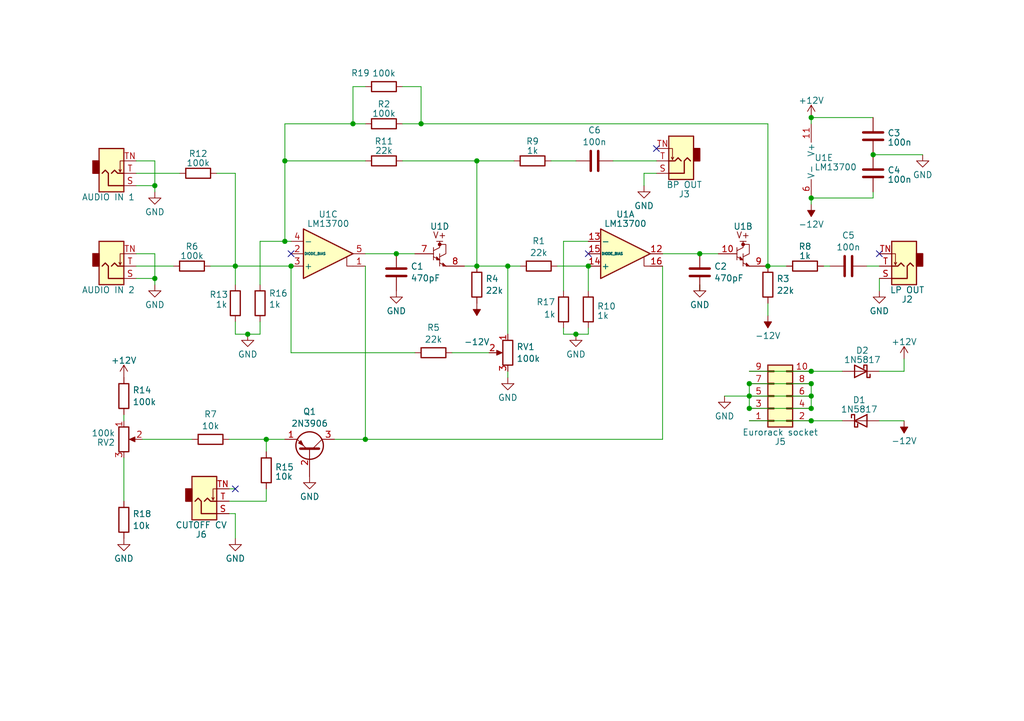
<source format=kicad_sch>
(kicad_sch
	(version 20231120)
	(generator "eeschema")
	(generator_version "8.0")
	(uuid "c23848a2-d966-4796-bc9c-92a3d85c9e97")
	(paper "A5")
	(lib_symbols
		(symbol "Amplifier_Operational:LM13700"
			(pin_names
				(offset 0.127)
			)
			(exclude_from_sim no)
			(in_bom yes)
			(on_board yes)
			(property "Reference" "U"
				(at 3.81 5.08 0)
				(effects
					(font
						(size 1.27 1.27)
					)
				)
			)
			(property "Value" "LM13700"
				(at 5.08 -5.08 0)
				(effects
					(font
						(size 1.27 1.27)
					)
				)
			)
			(property "Footprint" ""
				(at -7.62 0.635 0)
				(effects
					(font
						(size 1.27 1.27)
					)
					(hide yes)
				)
			)
			(property "Datasheet" "http://www.ti.com/lit/ds/symlink/lm13700.pdf"
				(at -7.62 0.635 0)
				(effects
					(font
						(size 1.27 1.27)
					)
					(hide yes)
				)
			)
			(property "Description" "Dual Operational Transconductance Amplifiers with Linearizing Diodes and Buffers, DIP-16/SOIC-16"
				(at 0 0 0)
				(effects
					(font
						(size 1.27 1.27)
					)
					(hide yes)
				)
			)
			(property "ki_locked" ""
				(at 0 0 0)
				(effects
					(font
						(size 1.27 1.27)
					)
				)
			)
			(property "ki_keywords" "operational transconductance amplifier OTA"
				(at 0 0 0)
				(effects
					(font
						(size 1.27 1.27)
					)
					(hide yes)
				)
			)
			(property "ki_fp_filters" "SOIC*3.9x9.9mm*P1.27mm* DIP*W7.62mm*"
				(at 0 0 0)
				(effects
					(font
						(size 1.27 1.27)
					)
					(hide yes)
				)
			)
			(symbol "LM13700_1_1"
				(polyline
					(pts
						(xy 3.81 -0.635) (xy 3.81 -2.54) (xy 5.08 -2.54)
					)
					(stroke
						(width 0)
						(type default)
					)
					(fill
						(type none)
					)
				)
				(polyline
					(pts
						(xy 5.08 0) (xy -5.08 -5.08) (xy -5.08 5.08) (xy 5.08 0)
					)
					(stroke
						(width 0.254)
						(type default)
					)
					(fill
						(type background)
					)
				)
				(pin output line
					(at 7.62 0 180)
					(length 2.54)
					(name "~"
						(effects
							(font
								(size 1.27 1.27)
							)
						)
					)
					(number "12"
						(effects
							(font
								(size 1.27 1.27)
							)
						)
					)
				)
				(pin input line
					(at -7.62 2.54 0)
					(length 2.54)
					(name "-"
						(effects
							(font
								(size 1.27 1.27)
							)
						)
					)
					(number "13"
						(effects
							(font
								(size 1.27 1.27)
							)
						)
					)
				)
				(pin input line
					(at -7.62 -2.54 0)
					(length 2.54)
					(name "+"
						(effects
							(font
								(size 1.27 1.27)
							)
						)
					)
					(number "14"
						(effects
							(font
								(size 1.27 1.27)
							)
						)
					)
				)
				(pin input line
					(at -7.62 0 0)
					(length 2.54)
					(name "DIODE_BIAS"
						(effects
							(font
								(size 0.508 0.508)
							)
						)
					)
					(number "15"
						(effects
							(font
								(size 1.27 1.27)
							)
						)
					)
				)
				(pin input line
					(at 7.62 -2.54 180)
					(length 2.54)
					(name "~"
						(effects
							(font
								(size 1.27 1.27)
							)
						)
					)
					(number "16"
						(effects
							(font
								(size 1.27 1.27)
							)
						)
					)
				)
			)
			(symbol "LM13700_2_0"
				(polyline
					(pts
						(xy -1.905 2.54) (xy -3.175 2.54)
					)
					(stroke
						(width 0)
						(type default)
					)
					(fill
						(type none)
					)
				)
			)
			(symbol "LM13700_2_1"
				(circle
					(center -2.54 1.905)
					(radius 0.254)
					(stroke
						(width 0.254)
						(type default)
					)
					(fill
						(type outline)
					)
				)
				(polyline
					(pts
						(xy -3.81 -0.635) (xy -2.54 -1.27)
					)
					(stroke
						(width 0)
						(type default)
					)
					(fill
						(type none)
					)
				)
				(polyline
					(pts
						(xy -3.81 1.27) (xy -3.81 -1.27)
					)
					(stroke
						(width 0)
						(type default)
					)
					(fill
						(type none)
					)
				)
				(polyline
					(pts
						(xy -2.54 -1.905) (xy -1.27 -2.54)
					)
					(stroke
						(width 0)
						(type default)
					)
					(fill
						(type none)
					)
				)
				(polyline
					(pts
						(xy -2.54 0) (xy -2.54 -2.54)
					)
					(stroke
						(width 0)
						(type default)
					)
					(fill
						(type none)
					)
				)
				(polyline
					(pts
						(xy -3.81 0.635) (xy -2.54 1.27) (xy -2.54 1.905) (xy -2.54 2.54)
					)
					(stroke
						(width 0)
						(type default)
					)
					(fill
						(type none)
					)
				)
				(polyline
					(pts
						(xy -2.54 -1.27) (xy -3.175 -0.635) (xy -3.175 -1.27) (xy -2.54 -1.27)
					)
					(stroke
						(width 0)
						(type default)
					)
					(fill
						(type outline)
					)
				)
				(polyline
					(pts
						(xy -2.54 -0.635) (xy -1.27 0) (xy -1.27 1.905) (xy -2.54 1.905)
					)
					(stroke
						(width 0)
						(type default)
					)
					(fill
						(type none)
					)
				)
				(polyline
					(pts
						(xy -1.27 -2.54) (xy -1.905 -1.905) (xy -1.905 -2.54) (xy -1.27 -2.54)
					)
					(stroke
						(width 0)
						(type default)
					)
					(fill
						(type outline)
					)
				)
				(text "V+"
					(at -2.54 3.81 0)
					(effects
						(font
							(size 1.27 1.27)
						)
					)
				)
				(pin input line
					(at -7.62 0 0)
					(length 3.81)
					(name "~"
						(effects
							(font
								(size 1.27 1.27)
							)
						)
					)
					(number "10"
						(effects
							(font
								(size 1.27 1.27)
							)
						)
					)
				)
				(pin output line
					(at 2.54 -2.54 180)
					(length 3.81)
					(name "~"
						(effects
							(font
								(size 1.27 1.27)
							)
						)
					)
					(number "9"
						(effects
							(font
								(size 1.27 1.27)
							)
						)
					)
				)
			)
			(symbol "LM13700_3_1"
				(polyline
					(pts
						(xy 3.81 -0.635) (xy 3.81 -2.54) (xy 5.08 -2.54)
					)
					(stroke
						(width 0)
						(type default)
					)
					(fill
						(type none)
					)
				)
				(polyline
					(pts
						(xy 5.08 0) (xy -5.08 -5.08) (xy -5.08 5.08) (xy 5.08 0)
					)
					(stroke
						(width 0.254)
						(type default)
					)
					(fill
						(type background)
					)
				)
				(pin input line
					(at 7.62 -2.54 180)
					(length 2.54)
					(name "~"
						(effects
							(font
								(size 1.27 1.27)
							)
						)
					)
					(number "1"
						(effects
							(font
								(size 1.27 1.27)
							)
						)
					)
				)
				(pin input line
					(at -7.62 0 0)
					(length 2.54)
					(name "DIODE_BIAS"
						(effects
							(font
								(size 0.508 0.508)
							)
						)
					)
					(number "2"
						(effects
							(font
								(size 1.27 1.27)
							)
						)
					)
				)
				(pin input line
					(at -7.62 -2.54 0)
					(length 2.54)
					(name "+"
						(effects
							(font
								(size 1.27 1.27)
							)
						)
					)
					(number "3"
						(effects
							(font
								(size 1.27 1.27)
							)
						)
					)
				)
				(pin input line
					(at -7.62 2.54 0)
					(length 2.54)
					(name "-"
						(effects
							(font
								(size 1.27 1.27)
							)
						)
					)
					(number "4"
						(effects
							(font
								(size 1.27 1.27)
							)
						)
					)
				)
				(pin output line
					(at 7.62 0 180)
					(length 2.54)
					(name "~"
						(effects
							(font
								(size 1.27 1.27)
							)
						)
					)
					(number "5"
						(effects
							(font
								(size 1.27 1.27)
							)
						)
					)
				)
			)
			(symbol "LM13700_4_0"
				(polyline
					(pts
						(xy -3.175 2.54) (xy -1.905 2.54)
					)
					(stroke
						(width 0)
						(type default)
					)
					(fill
						(type none)
					)
				)
				(text "V+"
					(at -2.54 3.81 0)
					(effects
						(font
							(size 1.27 1.27)
						)
					)
				)
			)
			(symbol "LM13700_4_1"
				(circle
					(center -2.54 1.905)
					(radius 0.254)
					(stroke
						(width 0.254)
						(type default)
					)
					(fill
						(type outline)
					)
				)
				(polyline
					(pts
						(xy -3.81 -0.635) (xy -2.54 -1.27)
					)
					(stroke
						(width 0)
						(type default)
					)
					(fill
						(type none)
					)
				)
				(polyline
					(pts
						(xy -3.81 1.27) (xy -3.81 -1.27)
					)
					(stroke
						(width 0)
						(type default)
					)
					(fill
						(type none)
					)
				)
				(polyline
					(pts
						(xy -2.54 -1.905) (xy -1.27 -2.54)
					)
					(stroke
						(width 0)
						(type default)
					)
					(fill
						(type none)
					)
				)
				(polyline
					(pts
						(xy -2.54 0) (xy -2.54 -2.54)
					)
					(stroke
						(width 0)
						(type default)
					)
					(fill
						(type none)
					)
				)
				(polyline
					(pts
						(xy -3.81 0.635) (xy -2.54 1.27) (xy -2.54 2.54)
					)
					(stroke
						(width 0)
						(type default)
					)
					(fill
						(type none)
					)
				)
				(polyline
					(pts
						(xy -2.54 -1.27) (xy -3.175 -0.635) (xy -3.175 -1.27) (xy -2.54 -1.27)
					)
					(stroke
						(width 0)
						(type default)
					)
					(fill
						(type outline)
					)
				)
				(polyline
					(pts
						(xy -2.54 -0.635) (xy -1.27 0) (xy -1.27 1.905) (xy -2.54 1.905)
					)
					(stroke
						(width 0)
						(type default)
					)
					(fill
						(type none)
					)
				)
				(polyline
					(pts
						(xy -1.27 -2.54) (xy -1.905 -1.905) (xy -1.905 -2.54) (xy -1.27 -2.54)
					)
					(stroke
						(width 0)
						(type default)
					)
					(fill
						(type outline)
					)
				)
				(pin input line
					(at -7.62 0 0)
					(length 3.81)
					(name "~"
						(effects
							(font
								(size 1.27 1.27)
							)
						)
					)
					(number "7"
						(effects
							(font
								(size 1.27 1.27)
							)
						)
					)
				)
				(pin output line
					(at 2.54 -2.54 180)
					(length 3.81)
					(name "~"
						(effects
							(font
								(size 1.27 1.27)
							)
						)
					)
					(number "8"
						(effects
							(font
								(size 1.27 1.27)
							)
						)
					)
				)
			)
			(symbol "LM13700_5_1"
				(pin power_in line
					(at -2.54 7.62 270)
					(length 3.81)
					(name "V+"
						(effects
							(font
								(size 1.27 1.27)
							)
						)
					)
					(number "11"
						(effects
							(font
								(size 1.27 1.27)
							)
						)
					)
				)
				(pin power_in line
					(at -2.54 -7.62 90)
					(length 3.81)
					(name "V-"
						(effects
							(font
								(size 1.27 1.27)
							)
						)
					)
					(number "6"
						(effects
							(font
								(size 1.27 1.27)
							)
						)
					)
				)
			)
		)
		(symbol "Connector_Audio:AudioJack2_SwitchT"
			(exclude_from_sim no)
			(in_bom yes)
			(on_board yes)
			(property "Reference" "J"
				(at 0 8.89 0)
				(effects
					(font
						(size 1.27 1.27)
					)
				)
			)
			(property "Value" "AudioJack2_SwitchT"
				(at 0 6.35 0)
				(effects
					(font
						(size 1.27 1.27)
					)
				)
			)
			(property "Footprint" ""
				(at 0 0 0)
				(effects
					(font
						(size 1.27 1.27)
					)
					(hide yes)
				)
			)
			(property "Datasheet" "~"
				(at 0 0 0)
				(effects
					(font
						(size 1.27 1.27)
					)
					(hide yes)
				)
			)
			(property "Description" "Audio Jack, 2 Poles (Mono / TS), Switched T Pole (Normalling)"
				(at 0 0 0)
				(effects
					(font
						(size 1.27 1.27)
					)
					(hide yes)
				)
			)
			(property "ki_keywords" "audio jack receptacle mono headphones phone TS connector"
				(at 0 0 0)
				(effects
					(font
						(size 1.27 1.27)
					)
					(hide yes)
				)
			)
			(property "ki_fp_filters" "Jack*"
				(at 0 0 0)
				(effects
					(font
						(size 1.27 1.27)
					)
					(hide yes)
				)
			)
			(symbol "AudioJack2_SwitchT_0_1"
				(rectangle
					(start -2.54 0)
					(end -3.81 -2.54)
					(stroke
						(width 0.254)
						(type default)
					)
					(fill
						(type outline)
					)
				)
				(polyline
					(pts
						(xy 1.778 -0.254) (xy 2.032 -0.762)
					)
					(stroke
						(width 0)
						(type default)
					)
					(fill
						(type none)
					)
				)
				(polyline
					(pts
						(xy 0 0) (xy 0.635 -0.635) (xy 1.27 0) (xy 2.54 0)
					)
					(stroke
						(width 0.254)
						(type default)
					)
					(fill
						(type none)
					)
				)
				(polyline
					(pts
						(xy 2.54 -2.54) (xy 1.778 -2.54) (xy 1.778 -0.254) (xy 1.524 -0.762)
					)
					(stroke
						(width 0)
						(type default)
					)
					(fill
						(type none)
					)
				)
				(polyline
					(pts
						(xy 2.54 2.54) (xy -0.635 2.54) (xy -0.635 0) (xy -1.27 -0.635) (xy -1.905 0)
					)
					(stroke
						(width 0.254)
						(type default)
					)
					(fill
						(type none)
					)
				)
				(rectangle
					(start 2.54 3.81)
					(end -2.54 -5.08)
					(stroke
						(width 0.254)
						(type default)
					)
					(fill
						(type background)
					)
				)
			)
			(symbol "AudioJack2_SwitchT_1_1"
				(pin passive line
					(at 5.08 2.54 180)
					(length 2.54)
					(name "~"
						(effects
							(font
								(size 1.27 1.27)
							)
						)
					)
					(number "S"
						(effects
							(font
								(size 1.27 1.27)
							)
						)
					)
				)
				(pin passive line
					(at 5.08 0 180)
					(length 2.54)
					(name "~"
						(effects
							(font
								(size 1.27 1.27)
							)
						)
					)
					(number "T"
						(effects
							(font
								(size 1.27 1.27)
							)
						)
					)
				)
				(pin passive line
					(at 5.08 -2.54 180)
					(length 2.54)
					(name "~"
						(effects
							(font
								(size 1.27 1.27)
							)
						)
					)
					(number "TN"
						(effects
							(font
								(size 1.27 1.27)
							)
						)
					)
				)
			)
		)
		(symbol "Connector_Generic:Conn_02x05_Odd_Even"
			(pin_names
				(offset 1.016) hide)
			(exclude_from_sim no)
			(in_bom yes)
			(on_board yes)
			(property "Reference" "J"
				(at 1.27 7.62 0)
				(effects
					(font
						(size 1.27 1.27)
					)
				)
			)
			(property "Value" "Conn_02x05_Odd_Even"
				(at 1.27 -7.62 0)
				(effects
					(font
						(size 1.27 1.27)
					)
				)
			)
			(property "Footprint" ""
				(at 0 0 0)
				(effects
					(font
						(size 1.27 1.27)
					)
					(hide yes)
				)
			)
			(property "Datasheet" "~"
				(at 0 0 0)
				(effects
					(font
						(size 1.27 1.27)
					)
					(hide yes)
				)
			)
			(property "Description" "Generic connector, double row, 02x05, odd/even pin numbering scheme (row 1 odd numbers, row 2 even numbers), script generated (kicad-library-utils/schlib/autogen/connector/)"
				(at 0 0 0)
				(effects
					(font
						(size 1.27 1.27)
					)
					(hide yes)
				)
			)
			(property "ki_keywords" "connector"
				(at 0 0 0)
				(effects
					(font
						(size 1.27 1.27)
					)
					(hide yes)
				)
			)
			(property "ki_fp_filters" "Connector*:*_2x??_*"
				(at 0 0 0)
				(effects
					(font
						(size 1.27 1.27)
					)
					(hide yes)
				)
			)
			(symbol "Conn_02x05_Odd_Even_1_1"
				(rectangle
					(start -1.27 -4.953)
					(end 0 -5.207)
					(stroke
						(width 0.1524)
						(type default)
					)
					(fill
						(type none)
					)
				)
				(rectangle
					(start -1.27 -2.413)
					(end 0 -2.667)
					(stroke
						(width 0.1524)
						(type default)
					)
					(fill
						(type none)
					)
				)
				(rectangle
					(start -1.27 0.127)
					(end 0 -0.127)
					(stroke
						(width 0.1524)
						(type default)
					)
					(fill
						(type none)
					)
				)
				(rectangle
					(start -1.27 2.667)
					(end 0 2.413)
					(stroke
						(width 0.1524)
						(type default)
					)
					(fill
						(type none)
					)
				)
				(rectangle
					(start -1.27 5.207)
					(end 0 4.953)
					(stroke
						(width 0.1524)
						(type default)
					)
					(fill
						(type none)
					)
				)
				(rectangle
					(start -1.27 6.35)
					(end 3.81 -6.35)
					(stroke
						(width 0.254)
						(type default)
					)
					(fill
						(type background)
					)
				)
				(rectangle
					(start 3.81 -4.953)
					(end 2.54 -5.207)
					(stroke
						(width 0.1524)
						(type default)
					)
					(fill
						(type none)
					)
				)
				(rectangle
					(start 3.81 -2.413)
					(end 2.54 -2.667)
					(stroke
						(width 0.1524)
						(type default)
					)
					(fill
						(type none)
					)
				)
				(rectangle
					(start 3.81 0.127)
					(end 2.54 -0.127)
					(stroke
						(width 0.1524)
						(type default)
					)
					(fill
						(type none)
					)
				)
				(rectangle
					(start 3.81 2.667)
					(end 2.54 2.413)
					(stroke
						(width 0.1524)
						(type default)
					)
					(fill
						(type none)
					)
				)
				(rectangle
					(start 3.81 5.207)
					(end 2.54 4.953)
					(stroke
						(width 0.1524)
						(type default)
					)
					(fill
						(type none)
					)
				)
				(pin passive line
					(at -5.08 5.08 0)
					(length 3.81)
					(name "Pin_1"
						(effects
							(font
								(size 1.27 1.27)
							)
						)
					)
					(number "1"
						(effects
							(font
								(size 1.27 1.27)
							)
						)
					)
				)
				(pin passive line
					(at 7.62 -5.08 180)
					(length 3.81)
					(name "Pin_10"
						(effects
							(font
								(size 1.27 1.27)
							)
						)
					)
					(number "10"
						(effects
							(font
								(size 1.27 1.27)
							)
						)
					)
				)
				(pin passive line
					(at 7.62 5.08 180)
					(length 3.81)
					(name "Pin_2"
						(effects
							(font
								(size 1.27 1.27)
							)
						)
					)
					(number "2"
						(effects
							(font
								(size 1.27 1.27)
							)
						)
					)
				)
				(pin passive line
					(at -5.08 2.54 0)
					(length 3.81)
					(name "Pin_3"
						(effects
							(font
								(size 1.27 1.27)
							)
						)
					)
					(number "3"
						(effects
							(font
								(size 1.27 1.27)
							)
						)
					)
				)
				(pin passive line
					(at 7.62 2.54 180)
					(length 3.81)
					(name "Pin_4"
						(effects
							(font
								(size 1.27 1.27)
							)
						)
					)
					(number "4"
						(effects
							(font
								(size 1.27 1.27)
							)
						)
					)
				)
				(pin passive line
					(at -5.08 0 0)
					(length 3.81)
					(name "Pin_5"
						(effects
							(font
								(size 1.27 1.27)
							)
						)
					)
					(number "5"
						(effects
							(font
								(size 1.27 1.27)
							)
						)
					)
				)
				(pin passive line
					(at 7.62 0 180)
					(length 3.81)
					(name "Pin_6"
						(effects
							(font
								(size 1.27 1.27)
							)
						)
					)
					(number "6"
						(effects
							(font
								(size 1.27 1.27)
							)
						)
					)
				)
				(pin passive line
					(at -5.08 -2.54 0)
					(length 3.81)
					(name "Pin_7"
						(effects
							(font
								(size 1.27 1.27)
							)
						)
					)
					(number "7"
						(effects
							(font
								(size 1.27 1.27)
							)
						)
					)
				)
				(pin passive line
					(at 7.62 -2.54 180)
					(length 3.81)
					(name "Pin_8"
						(effects
							(font
								(size 1.27 1.27)
							)
						)
					)
					(number "8"
						(effects
							(font
								(size 1.27 1.27)
							)
						)
					)
				)
				(pin passive line
					(at -5.08 -5.08 0)
					(length 3.81)
					(name "Pin_9"
						(effects
							(font
								(size 1.27 1.27)
							)
						)
					)
					(number "9"
						(effects
							(font
								(size 1.27 1.27)
							)
						)
					)
				)
			)
		)
		(symbol "Device:C"
			(pin_numbers hide)
			(pin_names
				(offset 0.254)
			)
			(exclude_from_sim no)
			(in_bom yes)
			(on_board yes)
			(property "Reference" "C"
				(at 0.635 2.54 0)
				(effects
					(font
						(size 1.27 1.27)
					)
					(justify left)
				)
			)
			(property "Value" "C"
				(at 0.635 -2.54 0)
				(effects
					(font
						(size 1.27 1.27)
					)
					(justify left)
				)
			)
			(property "Footprint" ""
				(at 0.9652 -3.81 0)
				(effects
					(font
						(size 1.27 1.27)
					)
					(hide yes)
				)
			)
			(property "Datasheet" "~"
				(at 0 0 0)
				(effects
					(font
						(size 1.27 1.27)
					)
					(hide yes)
				)
			)
			(property "Description" "Unpolarized capacitor"
				(at 0 0 0)
				(effects
					(font
						(size 1.27 1.27)
					)
					(hide yes)
				)
			)
			(property "ki_keywords" "cap capacitor"
				(at 0 0 0)
				(effects
					(font
						(size 1.27 1.27)
					)
					(hide yes)
				)
			)
			(property "ki_fp_filters" "C_*"
				(at 0 0 0)
				(effects
					(font
						(size 1.27 1.27)
					)
					(hide yes)
				)
			)
			(symbol "C_0_1"
				(polyline
					(pts
						(xy -2.032 -0.762) (xy 2.032 -0.762)
					)
					(stroke
						(width 0.508)
						(type default)
					)
					(fill
						(type none)
					)
				)
				(polyline
					(pts
						(xy -2.032 0.762) (xy 2.032 0.762)
					)
					(stroke
						(width 0.508)
						(type default)
					)
					(fill
						(type none)
					)
				)
			)
			(symbol "C_1_1"
				(pin passive line
					(at 0 3.81 270)
					(length 2.794)
					(name "~"
						(effects
							(font
								(size 1.27 1.27)
							)
						)
					)
					(number "1"
						(effects
							(font
								(size 1.27 1.27)
							)
						)
					)
				)
				(pin passive line
					(at 0 -3.81 90)
					(length 2.794)
					(name "~"
						(effects
							(font
								(size 1.27 1.27)
							)
						)
					)
					(number "2"
						(effects
							(font
								(size 1.27 1.27)
							)
						)
					)
				)
			)
		)
		(symbol "Device:D_Schottky"
			(pin_numbers hide)
			(pin_names
				(offset 1.016) hide)
			(exclude_from_sim no)
			(in_bom yes)
			(on_board yes)
			(property "Reference" "D"
				(at 0 2.54 0)
				(effects
					(font
						(size 1.27 1.27)
					)
				)
			)
			(property "Value" "D_Schottky"
				(at 0 -2.54 0)
				(effects
					(font
						(size 1.27 1.27)
					)
				)
			)
			(property "Footprint" ""
				(at 0 0 0)
				(effects
					(font
						(size 1.27 1.27)
					)
					(hide yes)
				)
			)
			(property "Datasheet" "~"
				(at 0 0 0)
				(effects
					(font
						(size 1.27 1.27)
					)
					(hide yes)
				)
			)
			(property "Description" "Schottky diode"
				(at 0 0 0)
				(effects
					(font
						(size 1.27 1.27)
					)
					(hide yes)
				)
			)
			(property "ki_keywords" "diode Schottky"
				(at 0 0 0)
				(effects
					(font
						(size 1.27 1.27)
					)
					(hide yes)
				)
			)
			(property "ki_fp_filters" "TO-???* *_Diode_* *SingleDiode* D_*"
				(at 0 0 0)
				(effects
					(font
						(size 1.27 1.27)
					)
					(hide yes)
				)
			)
			(symbol "D_Schottky_0_1"
				(polyline
					(pts
						(xy 1.27 0) (xy -1.27 0)
					)
					(stroke
						(width 0)
						(type default)
					)
					(fill
						(type none)
					)
				)
				(polyline
					(pts
						(xy 1.27 1.27) (xy 1.27 -1.27) (xy -1.27 0) (xy 1.27 1.27)
					)
					(stroke
						(width 0.254)
						(type default)
					)
					(fill
						(type none)
					)
				)
				(polyline
					(pts
						(xy -1.905 0.635) (xy -1.905 1.27) (xy -1.27 1.27) (xy -1.27 -1.27) (xy -0.635 -1.27) (xy -0.635 -0.635)
					)
					(stroke
						(width 0.254)
						(type default)
					)
					(fill
						(type none)
					)
				)
			)
			(symbol "D_Schottky_1_1"
				(pin passive line
					(at -3.81 0 0)
					(length 2.54)
					(name "K"
						(effects
							(font
								(size 1.27 1.27)
							)
						)
					)
					(number "1"
						(effects
							(font
								(size 1.27 1.27)
							)
						)
					)
				)
				(pin passive line
					(at 3.81 0 180)
					(length 2.54)
					(name "A"
						(effects
							(font
								(size 1.27 1.27)
							)
						)
					)
					(number "2"
						(effects
							(font
								(size 1.27 1.27)
							)
						)
					)
				)
			)
		)
		(symbol "Device:R"
			(pin_numbers hide)
			(pin_names
				(offset 0)
			)
			(exclude_from_sim no)
			(in_bom yes)
			(on_board yes)
			(property "Reference" "R"
				(at 2.032 0 90)
				(effects
					(font
						(size 1.27 1.27)
					)
				)
			)
			(property "Value" "R"
				(at 0 0 90)
				(effects
					(font
						(size 1.27 1.27)
					)
				)
			)
			(property "Footprint" ""
				(at -1.778 0 90)
				(effects
					(font
						(size 1.27 1.27)
					)
					(hide yes)
				)
			)
			(property "Datasheet" "~"
				(at 0 0 0)
				(effects
					(font
						(size 1.27 1.27)
					)
					(hide yes)
				)
			)
			(property "Description" "Resistor"
				(at 0 0 0)
				(effects
					(font
						(size 1.27 1.27)
					)
					(hide yes)
				)
			)
			(property "ki_keywords" "R res resistor"
				(at 0 0 0)
				(effects
					(font
						(size 1.27 1.27)
					)
					(hide yes)
				)
			)
			(property "ki_fp_filters" "R_*"
				(at 0 0 0)
				(effects
					(font
						(size 1.27 1.27)
					)
					(hide yes)
				)
			)
			(symbol "R_0_1"
				(rectangle
					(start -1.016 -2.54)
					(end 1.016 2.54)
					(stroke
						(width 0.254)
						(type default)
					)
					(fill
						(type none)
					)
				)
			)
			(symbol "R_1_1"
				(pin passive line
					(at 0 3.81 270)
					(length 1.27)
					(name "~"
						(effects
							(font
								(size 1.27 1.27)
							)
						)
					)
					(number "1"
						(effects
							(font
								(size 1.27 1.27)
							)
						)
					)
				)
				(pin passive line
					(at 0 -3.81 90)
					(length 1.27)
					(name "~"
						(effects
							(font
								(size 1.27 1.27)
							)
						)
					)
					(number "2"
						(effects
							(font
								(size 1.27 1.27)
							)
						)
					)
				)
			)
		)
		(symbol "Device:R_Potentiometer"
			(pin_names
				(offset 1.016) hide)
			(exclude_from_sim no)
			(in_bom yes)
			(on_board yes)
			(property "Reference" "RV"
				(at -4.445 0 90)
				(effects
					(font
						(size 1.27 1.27)
					)
				)
			)
			(property "Value" "R_Potentiometer"
				(at -2.54 0 90)
				(effects
					(font
						(size 1.27 1.27)
					)
				)
			)
			(property "Footprint" ""
				(at 0 0 0)
				(effects
					(font
						(size 1.27 1.27)
					)
					(hide yes)
				)
			)
			(property "Datasheet" "~"
				(at 0 0 0)
				(effects
					(font
						(size 1.27 1.27)
					)
					(hide yes)
				)
			)
			(property "Description" "Potentiometer"
				(at 0 0 0)
				(effects
					(font
						(size 1.27 1.27)
					)
					(hide yes)
				)
			)
			(property "ki_keywords" "resistor variable"
				(at 0 0 0)
				(effects
					(font
						(size 1.27 1.27)
					)
					(hide yes)
				)
			)
			(property "ki_fp_filters" "Potentiometer*"
				(at 0 0 0)
				(effects
					(font
						(size 1.27 1.27)
					)
					(hide yes)
				)
			)
			(symbol "R_Potentiometer_0_1"
				(polyline
					(pts
						(xy 2.54 0) (xy 1.524 0)
					)
					(stroke
						(width 0)
						(type default)
					)
					(fill
						(type none)
					)
				)
				(polyline
					(pts
						(xy 1.143 0) (xy 2.286 0.508) (xy 2.286 -0.508) (xy 1.143 0)
					)
					(stroke
						(width 0)
						(type default)
					)
					(fill
						(type outline)
					)
				)
				(rectangle
					(start 1.016 2.54)
					(end -1.016 -2.54)
					(stroke
						(width 0.254)
						(type default)
					)
					(fill
						(type none)
					)
				)
			)
			(symbol "R_Potentiometer_1_1"
				(pin passive line
					(at 0 3.81 270)
					(length 1.27)
					(name "1"
						(effects
							(font
								(size 1.27 1.27)
							)
						)
					)
					(number "1"
						(effects
							(font
								(size 1.27 1.27)
							)
						)
					)
				)
				(pin passive line
					(at 3.81 0 180)
					(length 1.27)
					(name "2"
						(effects
							(font
								(size 1.27 1.27)
							)
						)
					)
					(number "2"
						(effects
							(font
								(size 1.27 1.27)
							)
						)
					)
				)
				(pin passive line
					(at 0 -3.81 90)
					(length 1.27)
					(name "3"
						(effects
							(font
								(size 1.27 1.27)
							)
						)
					)
					(number "3"
						(effects
							(font
								(size 1.27 1.27)
							)
						)
					)
				)
			)
		)
		(symbol "Transistor_BJT:2N3906"
			(pin_names
				(offset 0) hide)
			(exclude_from_sim no)
			(in_bom yes)
			(on_board yes)
			(property "Reference" "Q"
				(at 5.08 1.905 0)
				(effects
					(font
						(size 1.27 1.27)
					)
					(justify left)
				)
			)
			(property "Value" "2N3906"
				(at 5.08 0 0)
				(effects
					(font
						(size 1.27 1.27)
					)
					(justify left)
				)
			)
			(property "Footprint" "Package_TO_SOT_THT:TO-92_Inline"
				(at 5.08 -1.905 0)
				(effects
					(font
						(size 1.27 1.27)
						(italic yes)
					)
					(justify left)
					(hide yes)
				)
			)
			(property "Datasheet" "https://www.onsemi.com/pub/Collateral/2N3906-D.PDF"
				(at 0 0 0)
				(effects
					(font
						(size 1.27 1.27)
					)
					(justify left)
					(hide yes)
				)
			)
			(property "Description" "-0.2A Ic, -40V Vce, Small Signal PNP Transistor, TO-92"
				(at 0 0 0)
				(effects
					(font
						(size 1.27 1.27)
					)
					(hide yes)
				)
			)
			(property "ki_keywords" "PNP Transistor"
				(at 0 0 0)
				(effects
					(font
						(size 1.27 1.27)
					)
					(hide yes)
				)
			)
			(property "ki_fp_filters" "TO?92*"
				(at 0 0 0)
				(effects
					(font
						(size 1.27 1.27)
					)
					(hide yes)
				)
			)
			(symbol "2N3906_0_1"
				(polyline
					(pts
						(xy 0.635 0.635) (xy 2.54 2.54)
					)
					(stroke
						(width 0)
						(type default)
					)
					(fill
						(type none)
					)
				)
				(polyline
					(pts
						(xy 0.635 -0.635) (xy 2.54 -2.54) (xy 2.54 -2.54)
					)
					(stroke
						(width 0)
						(type default)
					)
					(fill
						(type none)
					)
				)
				(polyline
					(pts
						(xy 0.635 1.905) (xy 0.635 -1.905) (xy 0.635 -1.905)
					)
					(stroke
						(width 0.508)
						(type default)
					)
					(fill
						(type none)
					)
				)
				(polyline
					(pts
						(xy 2.286 -1.778) (xy 1.778 -2.286) (xy 1.27 -1.27) (xy 2.286 -1.778) (xy 2.286 -1.778)
					)
					(stroke
						(width 0)
						(type default)
					)
					(fill
						(type outline)
					)
				)
				(circle
					(center 1.27 0)
					(radius 2.8194)
					(stroke
						(width 0.254)
						(type default)
					)
					(fill
						(type none)
					)
				)
			)
			(symbol "2N3906_1_1"
				(pin passive line
					(at 2.54 -5.08 90)
					(length 2.54)
					(name "E"
						(effects
							(font
								(size 1.27 1.27)
							)
						)
					)
					(number "1"
						(effects
							(font
								(size 1.27 1.27)
							)
						)
					)
				)
				(pin input line
					(at -5.08 0 0)
					(length 5.715)
					(name "B"
						(effects
							(font
								(size 1.27 1.27)
							)
						)
					)
					(number "2"
						(effects
							(font
								(size 1.27 1.27)
							)
						)
					)
				)
				(pin passive line
					(at 2.54 5.08 270)
					(length 2.54)
					(name "C"
						(effects
							(font
								(size 1.27 1.27)
							)
						)
					)
					(number "3"
						(effects
							(font
								(size 1.27 1.27)
							)
						)
					)
				)
			)
		)
		(symbol "power:+12V"
			(power)
			(pin_names
				(offset 0)
			)
			(exclude_from_sim no)
			(in_bom yes)
			(on_board yes)
			(property "Reference" "#PWR"
				(at 0 -3.81 0)
				(effects
					(font
						(size 1.27 1.27)
					)
					(hide yes)
				)
			)
			(property "Value" "+12V"
				(at 0 3.556 0)
				(effects
					(font
						(size 1.27 1.27)
					)
				)
			)
			(property "Footprint" ""
				(at 0 0 0)
				(effects
					(font
						(size 1.27 1.27)
					)
					(hide yes)
				)
			)
			(property "Datasheet" ""
				(at 0 0 0)
				(effects
					(font
						(size 1.27 1.27)
					)
					(hide yes)
				)
			)
			(property "Description" "Power symbol creates a global label with name \"+12V\""
				(at 0 0 0)
				(effects
					(font
						(size 1.27 1.27)
					)
					(hide yes)
				)
			)
			(property "ki_keywords" "global power"
				(at 0 0 0)
				(effects
					(font
						(size 1.27 1.27)
					)
					(hide yes)
				)
			)
			(symbol "+12V_0_1"
				(polyline
					(pts
						(xy -0.762 1.27) (xy 0 2.54)
					)
					(stroke
						(width 0)
						(type default)
					)
					(fill
						(type none)
					)
				)
				(polyline
					(pts
						(xy 0 0) (xy 0 2.54)
					)
					(stroke
						(width 0)
						(type default)
					)
					(fill
						(type none)
					)
				)
				(polyline
					(pts
						(xy 0 2.54) (xy 0.762 1.27)
					)
					(stroke
						(width 0)
						(type default)
					)
					(fill
						(type none)
					)
				)
			)
			(symbol "+12V_1_1"
				(pin power_in line
					(at 0 0 90)
					(length 0) hide
					(name "+12V"
						(effects
							(font
								(size 1.27 1.27)
							)
						)
					)
					(number "1"
						(effects
							(font
								(size 1.27 1.27)
							)
						)
					)
				)
			)
		)
		(symbol "power:-12V"
			(power)
			(pin_names
				(offset 0)
			)
			(exclude_from_sim no)
			(in_bom yes)
			(on_board yes)
			(property "Reference" "#PWR"
				(at 0 2.54 0)
				(effects
					(font
						(size 1.27 1.27)
					)
					(hide yes)
				)
			)
			(property "Value" "-12V"
				(at 0 3.81 0)
				(effects
					(font
						(size 1.27 1.27)
					)
				)
			)
			(property "Footprint" ""
				(at 0 0 0)
				(effects
					(font
						(size 1.27 1.27)
					)
					(hide yes)
				)
			)
			(property "Datasheet" ""
				(at 0 0 0)
				(effects
					(font
						(size 1.27 1.27)
					)
					(hide yes)
				)
			)
			(property "Description" "Power symbol creates a global label with name \"-12V\""
				(at 0 0 0)
				(effects
					(font
						(size 1.27 1.27)
					)
					(hide yes)
				)
			)
			(property "ki_keywords" "global power"
				(at 0 0 0)
				(effects
					(font
						(size 1.27 1.27)
					)
					(hide yes)
				)
			)
			(symbol "-12V_0_0"
				(pin power_in line
					(at 0 0 90)
					(length 0) hide
					(name "-12V"
						(effects
							(font
								(size 1.27 1.27)
							)
						)
					)
					(number "1"
						(effects
							(font
								(size 1.27 1.27)
							)
						)
					)
				)
			)
			(symbol "-12V_0_1"
				(polyline
					(pts
						(xy 0 0) (xy 0 1.27) (xy 0.762 1.27) (xy 0 2.54) (xy -0.762 1.27) (xy 0 1.27)
					)
					(stroke
						(width 0)
						(type default)
					)
					(fill
						(type outline)
					)
				)
			)
		)
		(symbol "power:GND"
			(power)
			(pin_names
				(offset 0)
			)
			(exclude_from_sim no)
			(in_bom yes)
			(on_board yes)
			(property "Reference" "#PWR"
				(at 0 -6.35 0)
				(effects
					(font
						(size 1.27 1.27)
					)
					(hide yes)
				)
			)
			(property "Value" "GND"
				(at 0 -3.81 0)
				(effects
					(font
						(size 1.27 1.27)
					)
				)
			)
			(property "Footprint" ""
				(at 0 0 0)
				(effects
					(font
						(size 1.27 1.27)
					)
					(hide yes)
				)
			)
			(property "Datasheet" ""
				(at 0 0 0)
				(effects
					(font
						(size 1.27 1.27)
					)
					(hide yes)
				)
			)
			(property "Description" "Power symbol creates a global label with name \"GND\" , ground"
				(at 0 0 0)
				(effects
					(font
						(size 1.27 1.27)
					)
					(hide yes)
				)
			)
			(property "ki_keywords" "global power"
				(at 0 0 0)
				(effects
					(font
						(size 1.27 1.27)
					)
					(hide yes)
				)
			)
			(symbol "GND_0_1"
				(polyline
					(pts
						(xy 0 0) (xy 0 -1.27) (xy 1.27 -1.27) (xy 0 -2.54) (xy -1.27 -1.27) (xy 0 -1.27)
					)
					(stroke
						(width 0)
						(type default)
					)
					(fill
						(type none)
					)
				)
			)
			(symbol "GND_1_1"
				(pin power_in line
					(at 0 0 270)
					(length 0) hide
					(name "GND"
						(effects
							(font
								(size 1.27 1.27)
							)
						)
					)
					(number "1"
						(effects
							(font
								(size 1.27 1.27)
							)
						)
					)
				)
			)
		)
	)
	(junction
		(at 166.37 86.36)
		(diameter 0)
		(color 0 0 0 0)
		(uuid "13df25ce-650e-4011-8ada-7f7cc79d777a")
	)
	(junction
		(at 86.36 25.4)
		(diameter 0)
		(color 0 0 0 0)
		(uuid "18108867-5a8c-4828-9e70-3ea6a959a49b")
	)
	(junction
		(at 48.26 54.61)
		(diameter 0)
		(color 0 0 0 0)
		(uuid "2baa2817-7ead-4cb2-8513-81741b255416")
	)
	(junction
		(at 31.75 38.1)
		(diameter 0)
		(color 0 0 0 0)
		(uuid "3b886895-b573-42b0-8564-12a36a43e9d1")
	)
	(junction
		(at 72.39 25.4)
		(diameter 0)
		(color 0 0 0 0)
		(uuid "3e4cb77e-7ee2-46c7-ab20-5153bc306306")
	)
	(junction
		(at 50.8 68.58)
		(diameter 0)
		(color 0 0 0 0)
		(uuid "40b30d8e-e7ed-4d40-9041-de5a325907d7")
	)
	(junction
		(at 143.51 52.07)
		(diameter 0)
		(color 0 0 0 0)
		(uuid "4a690343-0a82-4594-9c13-813c8441d819")
	)
	(junction
		(at 97.79 33.02)
		(diameter 0)
		(color 0 0 0 0)
		(uuid "50d183ac-cb1d-4673-a79d-d5d579228867")
	)
	(junction
		(at 166.37 40.64)
		(diameter 0)
		(color 0 0 0 0)
		(uuid "59152fd6-a285-4fca-b2e6-40b37186960b")
	)
	(junction
		(at 153.67 81.28)
		(diameter 0)
		(color 0 0 0 0)
		(uuid "5953c045-2c11-4451-9330-c311407e3653")
	)
	(junction
		(at 97.79 54.61)
		(diameter 0)
		(color 0 0 0 0)
		(uuid "67e220e8-375b-490b-a523-35ee9b561369")
	)
	(junction
		(at 54.61 90.17)
		(diameter 0)
		(color 0 0 0 0)
		(uuid "7b9d2ba8-0f34-4f14-b3bb-30eac99deb64")
	)
	(junction
		(at 153.67 78.74)
		(diameter 0)
		(color 0 0 0 0)
		(uuid "8c557e38-c3cd-466b-bb83-2be2cd4db67d")
	)
	(junction
		(at 166.37 81.28)
		(diameter 0)
		(color 0 0 0 0)
		(uuid "90b45293-f61c-457b-8390-198f8f462565")
	)
	(junction
		(at 179.07 31.75)
		(diameter 0)
		(color 0 0 0 0)
		(uuid "953a409a-f326-4ebc-8820-520a9493a0fe")
	)
	(junction
		(at 153.67 83.82)
		(diameter 0)
		(color 0 0 0 0)
		(uuid "9c11c662-444f-47f5-a0d5-f8866cae36f3")
	)
	(junction
		(at 166.37 76.2)
		(diameter 0)
		(color 0 0 0 0)
		(uuid "a163f26d-7a96-45ed-b960-4814daadea5f")
	)
	(junction
		(at 59.69 54.61)
		(diameter 0)
		(color 0 0 0 0)
		(uuid "a1e02f4b-dfda-4d71-8d0b-c447b93217fe")
	)
	(junction
		(at 58.42 33.02)
		(diameter 0)
		(color 0 0 0 0)
		(uuid "bec4e63e-121d-4181-b304-cc63c6c04b30")
	)
	(junction
		(at 118.11 68.58)
		(diameter 0)
		(color 0 0 0 0)
		(uuid "c884c835-1057-4475-a1db-7f6ae20aaf25")
	)
	(junction
		(at 81.28 52.07)
		(diameter 0)
		(color 0 0 0 0)
		(uuid "ca2008f6-f4cc-4bed-9716-d7382984247e")
	)
	(junction
		(at 58.42 49.53)
		(diameter 0)
		(color 0 0 0 0)
		(uuid "cc780bb2-cb05-4d7e-baef-fe4464b7e1ca")
	)
	(junction
		(at 166.37 78.74)
		(diameter 0)
		(color 0 0 0 0)
		(uuid "cd8aa01c-7593-4a16-afcb-cf3fee4550ed")
	)
	(junction
		(at 104.14 54.61)
		(diameter 0)
		(color 0 0 0 0)
		(uuid "d593fa01-3d68-4b4c-8296-3ee79a20f537")
	)
	(junction
		(at 31.75 57.15)
		(diameter 0)
		(color 0 0 0 0)
		(uuid "e12cd273-96eb-4b1b-9ac3-08361ba8ed9c")
	)
	(junction
		(at 157.48 54.61)
		(diameter 0)
		(color 0 0 0 0)
		(uuid "e1d249fd-cf80-43c4-9903-dc6799f63207")
	)
	(junction
		(at 166.37 24.13)
		(diameter 0)
		(color 0 0 0 0)
		(uuid "e3436cd4-31eb-422a-87ef-8aaa270599e3")
	)
	(junction
		(at 74.93 90.17)
		(diameter 0)
		(color 0 0 0 0)
		(uuid "e964910b-f72b-4668-95aa-afa09e47cedc")
	)
	(junction
		(at 166.37 83.82)
		(diameter 0)
		(color 0 0 0 0)
		(uuid "eb91ee5f-8638-4207-8c15-b5e16de3e66a")
	)
	(junction
		(at 120.65 54.61)
		(diameter 0)
		(color 0 0 0 0)
		(uuid "ffebf693-a80e-49da-b49b-3b0b7dd88aa8")
	)
	(no_connect
		(at 180.34 52.07)
		(uuid "018d4d80-52ac-4a7f-b349-6aeb571652bb")
	)
	(no_connect
		(at 120.65 52.07)
		(uuid "3f4f2e49-f9a6-46ec-8ff7-9fcf9fc28ac1")
	)
	(no_connect
		(at 134.62 30.48)
		(uuid "64ab7345-3040-477a-9b42-8ab0efc5b665")
	)
	(no_connect
		(at 48.26 100.33)
		(uuid "ae12de6b-9f59-451e-9b72-621baeeaad01")
	)
	(no_connect
		(at 59.69 52.07)
		(uuid "d71d30e8-535a-4f89-bca4-f6c39d1f22b0")
	)
	(wire
		(pts
			(xy 157.48 54.61) (xy 161.29 54.61)
		)
		(stroke
			(width 0.15)
			(type default)
		)
		(uuid "03868393-7dc1-4610-ab9e-7f652a921df7")
	)
	(wire
		(pts
			(xy 143.51 58.42) (xy 143.51 59.69)
		)
		(stroke
			(width 0.15)
			(type default)
		)
		(uuid "06b027f3-345c-4c31-ba9b-3280f0642dc4")
	)
	(wire
		(pts
			(xy 114.3 54.61) (xy 120.65 54.61)
		)
		(stroke
			(width 0.15)
			(type default)
		)
		(uuid "09e90b85-ec6e-445d-a0ed-c747939c737c")
	)
	(wire
		(pts
			(xy 25.4 93.98) (xy 25.4 102.87)
		)
		(stroke
			(width 0.15)
			(type default)
		)
		(uuid "109236ce-2c61-4ba0-91f4-f579ce6b634b")
	)
	(wire
		(pts
			(xy 54.61 90.17) (xy 54.61 92.71)
		)
		(stroke
			(width 0.15)
			(type default)
		)
		(uuid "13d03189-7a1b-4203-b78c-6ddca47c105b")
	)
	(wire
		(pts
			(xy 118.11 68.58) (xy 120.65 68.58)
		)
		(stroke
			(width 0.15)
			(type default)
		)
		(uuid "14f3c9a1-da65-42fa-9429-d8389f024467")
	)
	(wire
		(pts
			(xy 46.99 90.17) (xy 54.61 90.17)
		)
		(stroke
			(width 0.15)
			(type default)
		)
		(uuid "1619dab2-4ba7-4a54-a1cf-cca57a71440d")
	)
	(wire
		(pts
			(xy 48.26 105.41) (xy 46.99 105.41)
		)
		(stroke
			(width 0.15)
			(type default)
		)
		(uuid "17ec665a-44a8-4213-9db5-44a8f9865265")
	)
	(wire
		(pts
			(xy 132.08 35.56) (xy 132.08 38.1)
		)
		(stroke
			(width 0.15)
			(type default)
		)
		(uuid "184f1056-e34c-4eb0-975c-37eb0572fbde")
	)
	(wire
		(pts
			(xy 58.42 33.02) (xy 58.42 49.53)
		)
		(stroke
			(width 0.15)
			(type default)
		)
		(uuid "1c03b313-6c53-4d84-899c-bad923b3bbdd")
	)
	(wire
		(pts
			(xy 179.07 40.64) (xy 179.07 39.37)
		)
		(stroke
			(width 0.15)
			(type default)
		)
		(uuid "23d0803f-166f-4280-a79a-b75094fe39a1")
	)
	(wire
		(pts
			(xy 58.42 25.4) (xy 58.42 33.02)
		)
		(stroke
			(width 0.15)
			(type default)
		)
		(uuid "2979b5fd-95fc-4eeb-b967-6b1aac66112a")
	)
	(wire
		(pts
			(xy 48.26 54.61) (xy 59.69 54.61)
		)
		(stroke
			(width 0.15)
			(type default)
		)
		(uuid "2a900343-36f5-43b7-9cc0-be22781abca4")
	)
	(wire
		(pts
			(xy 86.36 17.78) (xy 86.36 25.4)
		)
		(stroke
			(width 0.15)
			(type default)
		)
		(uuid "2bac9ca1-1222-4d07-b69e-fd5f1fcbf253")
	)
	(wire
		(pts
			(xy 53.34 66.04) (xy 53.34 68.58)
		)
		(stroke
			(width 0.15)
			(type default)
		)
		(uuid "2cd4e382-e903-46c5-82cd-97faa7b391e8")
	)
	(wire
		(pts
			(xy 54.61 102.87) (xy 46.99 102.87)
		)
		(stroke
			(width 0.15)
			(type default)
		)
		(uuid "3120ca29-488b-402d-bff3-837537fedc56")
	)
	(wire
		(pts
			(xy 72.39 17.78) (xy 72.39 25.4)
		)
		(stroke
			(width 0.15)
			(type default)
		)
		(uuid "344a25f0-4197-49f3-adfd-300194c21049")
	)
	(wire
		(pts
			(xy 153.67 81.28) (xy 166.37 81.28)
		)
		(stroke
			(width 0.15)
			(type default)
		)
		(uuid "389c9f7a-2abf-4c2d-bc75-d55bbb41e06c")
	)
	(wire
		(pts
			(xy 177.8 54.61) (xy 180.34 54.61)
		)
		(stroke
			(width 0.15)
			(type default)
		)
		(uuid "3a3c47dc-ab20-4e19-904a-c4cb5bd4855e")
	)
	(wire
		(pts
			(xy 153.67 83.82) (xy 166.37 83.82)
		)
		(stroke
			(width 0.15)
			(type default)
		)
		(uuid "3ad8dc35-7f15-4be2-96e2-e221fc8b6c86")
	)
	(wire
		(pts
			(xy 104.14 77.47) (xy 104.14 76.2)
		)
		(stroke
			(width 0.15)
			(type default)
		)
		(uuid "3b79ec13-cb31-49d2-8b20-4a76f85b41d4")
	)
	(wire
		(pts
			(xy 74.93 52.07) (xy 81.28 52.07)
		)
		(stroke
			(width 0.15)
			(type default)
		)
		(uuid "3e3e0476-67a1-4fd8-826e-0052df1e76ef")
	)
	(wire
		(pts
			(xy 180.34 76.2) (xy 185.42 76.2)
		)
		(stroke
			(width 0.15)
			(type default)
		)
		(uuid "4364d3dc-aadc-4e09-8edf-f7963fd17a03")
	)
	(wire
		(pts
			(xy 48.26 54.61) (xy 48.26 58.42)
		)
		(stroke
			(width 0.15)
			(type default)
		)
		(uuid "4c235baa-ada8-444f-9efb-cb358172e298")
	)
	(wire
		(pts
			(xy 179.07 31.75) (xy 189.23 31.75)
		)
		(stroke
			(width 0.15)
			(type default)
		)
		(uuid "4dd449c7-3864-46be-a103-fc39572adbd9")
	)
	(wire
		(pts
			(xy 153.67 86.36) (xy 166.37 86.36)
		)
		(stroke
			(width 0.15)
			(type default)
		)
		(uuid "4ec38aad-1bb2-4a08-8812-5fae9c1a838f")
	)
	(wire
		(pts
			(xy 185.42 76.2) (xy 185.42 73.66)
		)
		(stroke
			(width 0.15)
			(type default)
		)
		(uuid "50925b74-6a46-4954-bf14-736bad7310ed")
	)
	(wire
		(pts
			(xy 166.37 24.13) (xy 179.07 24.13)
		)
		(stroke
			(width 0.15)
			(type default)
		)
		(uuid "50f824e4-c30a-416d-adba-21f52c161408")
	)
	(wire
		(pts
			(xy 166.37 41.91) (xy 166.37 40.64)
		)
		(stroke
			(width 0.15)
			(type default)
		)
		(uuid "512cc5c0-f074-4956-8daf-08873fecee48")
	)
	(wire
		(pts
			(xy 29.21 90.17) (xy 39.37 90.17)
		)
		(stroke
			(width 0.15)
			(type default)
		)
		(uuid "543893f6-82df-4141-bf36-3a99e572cb35")
	)
	(wire
		(pts
			(xy 48.26 66.04) (xy 48.26 68.58)
		)
		(stroke
			(width 0.15)
			(type default)
		)
		(uuid "574ca3cc-cee6-4bd1-a4cb-6ff4cf08ba2c")
	)
	(wire
		(pts
			(xy 25.4 85.09) (xy 25.4 86.36)
		)
		(stroke
			(width 0.15)
			(type default)
		)
		(uuid "58f3b74f-bb27-45c4-8ea9-728cdfb73d65")
	)
	(wire
		(pts
			(xy 46.99 100.33) (xy 48.26 100.33)
		)
		(stroke
			(width 0.15)
			(type default)
		)
		(uuid "59386302-b656-4136-aa7b-0c6e97009193")
	)
	(wire
		(pts
			(xy 44.45 35.56) (xy 48.26 35.56)
		)
		(stroke
			(width 0.15)
			(type default)
		)
		(uuid "599cbeb0-51b2-4123-8d92-e8f6948ee1e9")
	)
	(wire
		(pts
			(xy 72.39 25.4) (xy 58.42 25.4)
		)
		(stroke
			(width 0.15)
			(type default)
		)
		(uuid "59c70c1f-7f7c-4b41-9c21-0c121212017b")
	)
	(wire
		(pts
			(xy 31.75 52.07) (xy 31.75 57.15)
		)
		(stroke
			(width 0.15)
			(type default)
		)
		(uuid "5aff899b-ec34-4aed-adcb-43081a326dbe")
	)
	(wire
		(pts
			(xy 166.37 81.28) (xy 166.37 83.82)
		)
		(stroke
			(width 0.15)
			(type default)
		)
		(uuid "5b2e8d40-b1b7-4357-a6bf-48fd1060000f")
	)
	(wire
		(pts
			(xy 143.51 52.07) (xy 147.32 52.07)
		)
		(stroke
			(width 0.15)
			(type default)
		)
		(uuid "5c22daad-818a-419c-bcef-69e696c674ba")
	)
	(wire
		(pts
			(xy 153.67 76.2) (xy 166.37 76.2)
		)
		(stroke
			(width 0.15)
			(type default)
		)
		(uuid "5e4a6221-c079-4265-97f3-06676ea3a815")
	)
	(wire
		(pts
			(xy 115.57 49.53) (xy 115.57 59.69)
		)
		(stroke
			(width 0.15)
			(type default)
		)
		(uuid "63e0ffd5-d30f-4de7-b1ae-dc9aa390998c")
	)
	(wire
		(pts
			(xy 85.09 72.39) (xy 59.69 72.39)
		)
		(stroke
			(width 0.15)
			(type default)
		)
		(uuid "66307b16-5fa7-4ab5-8cce-f7f608fae60e")
	)
	(wire
		(pts
			(xy 53.34 49.53) (xy 53.34 58.42)
		)
		(stroke
			(width 0.15)
			(type default)
		)
		(uuid "6ba6fc8d-8398-4e42-b239-cde57e888533")
	)
	(wire
		(pts
			(xy 27.94 35.56) (xy 36.83 35.56)
		)
		(stroke
			(width 0.15)
			(type default)
		)
		(uuid "6c7a164a-d47a-459f-9690-ea4f1db29529")
	)
	(wire
		(pts
			(xy 157.48 25.4) (xy 86.36 25.4)
		)
		(stroke
			(width 0.15)
			(type default)
		)
		(uuid "70aa48c6-f305-425c-b233-4ada3b9004ae")
	)
	(wire
		(pts
			(xy 166.37 76.2) (xy 172.72 76.2)
		)
		(stroke
			(width 0.15)
			(type default)
		)
		(uuid "71894ea3-4ea8-4e3a-a105-d8c7a8a8d813")
	)
	(wire
		(pts
			(xy 82.55 33.02) (xy 97.79 33.02)
		)
		(stroke
			(width 0.15)
			(type default)
		)
		(uuid "7237d928-cfdc-4e92-b02b-4e465a516792")
	)
	(wire
		(pts
			(xy 157.48 62.23) (xy 157.48 64.77)
		)
		(stroke
			(width 0.15)
			(type default)
		)
		(uuid "73525d42-8fe6-41d0-86c7-18d11b0b02b5")
	)
	(wire
		(pts
			(xy 58.42 49.53) (xy 59.69 49.53)
		)
		(stroke
			(width 0.15)
			(type default)
		)
		(uuid "743b412a-ca0e-4145-9d11-b184c5cdad91")
	)
	(wire
		(pts
			(xy 31.75 57.15) (xy 31.75 58.42)
		)
		(stroke
			(width 0.15)
			(type default)
		)
		(uuid "755007fa-7379-40b7-8dae-e8cb19d02fab")
	)
	(wire
		(pts
			(xy 27.94 52.07) (xy 31.75 52.07)
		)
		(stroke
			(width 0.15)
			(type default)
		)
		(uuid "764b4a0a-dfe5-4456-a7bb-0bb7e211f60c")
	)
	(wire
		(pts
			(xy 135.89 52.07) (xy 143.51 52.07)
		)
		(stroke
			(width 0.15)
			(type default)
		)
		(uuid "788d0d9b-697c-411c-8531-c73e5cf55f20")
	)
	(wire
		(pts
			(xy 97.79 54.61) (xy 104.14 54.61)
		)
		(stroke
			(width 0.15)
			(type default)
		)
		(uuid "79b4d3c1-89c2-44af-9b76-7413a9d5532c")
	)
	(wire
		(pts
			(xy 50.8 68.58) (xy 48.26 68.58)
		)
		(stroke
			(width 0.15)
			(type default)
		)
		(uuid "7a63b071-d393-4fb1-9956-47b077903cc1")
	)
	(wire
		(pts
			(xy 104.14 54.61) (xy 104.14 68.58)
		)
		(stroke
			(width 0.15)
			(type default)
		)
		(uuid "7a92c2b5-2406-4b6f-935c-699752be10d6")
	)
	(wire
		(pts
			(xy 125.73 33.02) (xy 134.62 33.02)
		)
		(stroke
			(width 0.15)
			(type default)
		)
		(uuid "83881dfa-68aa-42a1-a899-18d193cf17f4")
	)
	(wire
		(pts
			(xy 120.65 49.53) (xy 115.57 49.53)
		)
		(stroke
			(width 0.15)
			(type default)
		)
		(uuid "877e3506-7628-45fc-9c3b-4a37cbd3775f")
	)
	(wire
		(pts
			(xy 74.93 54.61) (xy 74.93 90.17)
		)
		(stroke
			(width 0.15)
			(type default)
		)
		(uuid "89d89d3b-9ada-40b7-922f-e08fb69a679e")
	)
	(wire
		(pts
			(xy 48.26 105.41) (xy 48.26 110.49)
		)
		(stroke
			(width 0.15)
			(type default)
		)
		(uuid "8caf071a-af10-44dd-b192-9fdef6b655af")
	)
	(wire
		(pts
			(xy 100.33 72.39) (xy 92.71 72.39)
		)
		(stroke
			(width 0.15)
			(type default)
		)
		(uuid "8fa8a0f8-9fde-4e98-9944-bafd3fee316c")
	)
	(wire
		(pts
			(xy 166.37 78.74) (xy 166.37 81.28)
		)
		(stroke
			(width 0.15)
			(type default)
		)
		(uuid "9085c38f-ae2d-40bc-b54e-8cccbbecfbdd")
	)
	(wire
		(pts
			(xy 50.8 68.58) (xy 53.34 68.58)
		)
		(stroke
			(width 0.15)
			(type default)
		)
		(uuid "90dfc4de-557a-4a8e-9245-f10bd6d6689f")
	)
	(wire
		(pts
			(xy 43.18 54.61) (xy 48.26 54.61)
		)
		(stroke
			(width 0.15)
			(type default)
		)
		(uuid "91ca3b75-c106-40a0-8a57-9d7e81fbbc32")
	)
	(wire
		(pts
			(xy 134.62 35.56) (xy 132.08 35.56)
		)
		(stroke
			(width 0.15)
			(type default)
		)
		(uuid "92349b12-48be-4e19-aa96-bf90cbb0503d")
	)
	(wire
		(pts
			(xy 31.75 33.02) (xy 31.75 38.1)
		)
		(stroke
			(width 0.15)
			(type default)
		)
		(uuid "95f14dde-7a13-44ef-9cd9-4fa3c76ca086")
	)
	(wire
		(pts
			(xy 81.28 52.07) (xy 85.09 52.07)
		)
		(stroke
			(width 0.15)
			(type default)
		)
		(uuid "95f9c361-b48e-4b8f-9f9c-9c8cba3c34ba")
	)
	(wire
		(pts
			(xy 27.94 33.02) (xy 31.75 33.02)
		)
		(stroke
			(width 0.15)
			(type default)
		)
		(uuid "973f9253-a7e9-4068-9429-3791409bc405")
	)
	(wire
		(pts
			(xy 166.37 86.36) (xy 172.72 86.36)
		)
		(stroke
			(width 0.15)
			(type default)
		)
		(uuid "99e8a57a-3e43-408a-8da6-94fbf5362a74")
	)
	(wire
		(pts
			(xy 166.37 24.13) (xy 166.37 25.4)
		)
		(stroke
			(width 0.15)
			(type default)
		)
		(uuid "9abec17b-3838-479c-83ea-dc34e6bd1c2a")
	)
	(wire
		(pts
			(xy 74.93 90.17) (xy 135.89 90.17)
		)
		(stroke
			(width 0.15)
			(type default)
		)
		(uuid "9c429e4b-177c-4610-b1d8-1a316637d26f")
	)
	(wire
		(pts
			(xy 166.37 40.64) (xy 179.07 40.64)
		)
		(stroke
			(width 0.15)
			(type default)
		)
		(uuid "9d6fff7a-4421-4ce7-8057-c86c7b2c133b")
	)
	(wire
		(pts
			(xy 153.67 81.28) (xy 153.67 83.82)
		)
		(stroke
			(width 0.15)
			(type default)
		)
		(uuid "a2a4a5bf-e57b-4914-a776-569398669eb9")
	)
	(wire
		(pts
			(xy 74.93 25.4) (xy 72.39 25.4)
		)
		(stroke
			(width 0.15)
			(type default)
		)
		(uuid "a56eebd5-818d-467c-b7ba-1cd6c7881806")
	)
	(wire
		(pts
			(xy 59.69 72.39) (xy 59.69 54.61)
		)
		(stroke
			(width 0.15)
			(type default)
		)
		(uuid "a83bb8fd-fbe1-4f0e-b927-8f1dc0768760")
	)
	(wire
		(pts
			(xy 153.67 78.74) (xy 153.67 81.28)
		)
		(stroke
			(width 0.15)
			(type default)
		)
		(uuid "aadd8c3d-94f7-4770-ae5c-3c4db5191ec2")
	)
	(wire
		(pts
			(xy 54.61 90.17) (xy 58.42 90.17)
		)
		(stroke
			(width 0.15)
			(type default)
		)
		(uuid "ae5817cf-ca07-44dc-a79a-3cddb576f60e")
	)
	(wire
		(pts
			(xy 118.11 68.58) (xy 115.57 68.58)
		)
		(stroke
			(width 0.15)
			(type default)
		)
		(uuid "af46fc57-fc28-4ce7-b343-8010742c1b03")
	)
	(wire
		(pts
			(xy 157.48 54.61) (xy 157.48 25.4)
		)
		(stroke
			(width 0.15)
			(type default)
		)
		(uuid "af6dc78f-a63b-4ae5-b2a1-cbbe202e0641")
	)
	(wire
		(pts
			(xy 54.61 100.33) (xy 54.61 102.87)
		)
		(stroke
			(width 0.15)
			(type default)
		)
		(uuid "b935b890-fe24-4c9e-a673-6a8aff885ab0")
	)
	(wire
		(pts
			(xy 27.94 57.15) (xy 31.75 57.15)
		)
		(stroke
			(width 0.15)
			(type default)
		)
		(uuid "b99c4672-4ef2-437a-ad5d-efde5b33fec1")
	)
	(wire
		(pts
			(xy 180.34 86.36) (xy 185.42 86.36)
		)
		(stroke
			(width 0.15)
			(type default)
		)
		(uuid "ba1077b5-822b-4d3b-b5f7-81d90bbe472b")
	)
	(wire
		(pts
			(xy 27.94 38.1) (xy 31.75 38.1)
		)
		(stroke
			(width 0.15)
			(type default)
		)
		(uuid "bcea7017-7776-43ba-84a8-9a98f4da6004")
	)
	(wire
		(pts
			(xy 82.55 17.78) (xy 86.36 17.78)
		)
		(stroke
			(width 0.15)
			(type default)
		)
		(uuid "c4b2f2ab-4257-499a-a349-3aad7ddff305")
	)
	(wire
		(pts
			(xy 153.67 78.74) (xy 166.37 78.74)
		)
		(stroke
			(width 0.15)
			(type default)
		)
		(uuid "c89c0c2f-fdd8-4929-894d-2d3a6cddf91d")
	)
	(wire
		(pts
			(xy 135.89 90.17) (xy 135.89 54.61)
		)
		(stroke
			(width 0.15)
			(type default)
		)
		(uuid "ced51b78-650d-4446-8e02-3abe263e8ee3")
	)
	(wire
		(pts
			(xy 74.93 17.78) (xy 72.39 17.78)
		)
		(stroke
			(width 0.15)
			(type default)
		)
		(uuid "d1db5763-b90b-49e7-a334-c1c7bd19e449")
	)
	(wire
		(pts
			(xy 148.59 81.28) (xy 153.67 81.28)
		)
		(stroke
			(width 0.15)
			(type default)
		)
		(uuid "d265f59e-5602-46c0-911d-bfe8fb028aca")
	)
	(wire
		(pts
			(xy 180.34 57.15) (xy 180.34 59.69)
		)
		(stroke
			(width 0.15)
			(type default)
		)
		(uuid "d3d86553-a999-4b52-9734-e332a6a1e116")
	)
	(wire
		(pts
			(xy 113.03 33.02) (xy 118.11 33.02)
		)
		(stroke
			(width 0.15)
			(type default)
		)
		(uuid "d80c5f44-9ac8-4479-ac72-cad0feb410fc")
	)
	(wire
		(pts
			(xy 58.42 49.53) (xy 53.34 49.53)
		)
		(stroke
			(width 0.15)
			(type default)
		)
		(uuid "d8750651-0be6-4d4f-815e-a5aa7ea1af9d")
	)
	(wire
		(pts
			(xy 120.65 68.58) (xy 120.65 67.31)
		)
		(stroke
			(width 0.15)
			(type default)
		)
		(uuid "d9475e67-bef1-45c4-bd4f-2214ae00b931")
	)
	(wire
		(pts
			(xy 48.26 35.56) (xy 48.26 54.61)
		)
		(stroke
			(width 0.15)
			(type default)
		)
		(uuid "d9afdad8-dbd3-460c-bd47-5ff11b989606")
	)
	(wire
		(pts
			(xy 58.42 33.02) (xy 74.93 33.02)
		)
		(stroke
			(width 0.15)
			(type default)
		)
		(uuid "db958b61-5331-4780-b6a4-191850572723")
	)
	(wire
		(pts
			(xy 97.79 33.02) (xy 97.79 54.61)
		)
		(stroke
			(width 0.15)
			(type default)
		)
		(uuid "de6b4fd4-1283-4455-8cec-fc047572a3f4")
	)
	(wire
		(pts
			(xy 68.58 90.17) (xy 74.93 90.17)
		)
		(stroke
			(width 0.15)
			(type default)
		)
		(uuid "eb3c6fb5-0f06-402d-bde3-8c4c5bc0ce20")
	)
	(wire
		(pts
			(xy 120.65 54.61) (xy 120.65 59.69)
		)
		(stroke
			(width 0.15)
			(type default)
		)
		(uuid "eed0fefb-69a0-449c-9416-6077c14ba77b")
	)
	(wire
		(pts
			(xy 115.57 68.58) (xy 115.57 67.31)
		)
		(stroke
			(width 0.15)
			(type default)
		)
		(uuid "f12d7a4f-f4a1-405d-a542-8e0a1437e540")
	)
	(wire
		(pts
			(xy 86.36 25.4) (xy 82.55 25.4)
		)
		(stroke
			(width 0.15)
			(type default)
		)
		(uuid "f5b01ed8-a5a2-42e5-b270-2cc3b8d6caca")
	)
	(wire
		(pts
			(xy 31.75 38.1) (xy 31.75 39.37)
		)
		(stroke
			(width 0.15)
			(type default)
		)
		(uuid "f8c853fc-841f-4907-99fe-b6fbdd30bcec")
	)
	(wire
		(pts
			(xy 27.94 54.61) (xy 35.56 54.61)
		)
		(stroke
			(width 0.15)
			(type default)
		)
		(uuid "fa4e3310-3ab7-4284-ac17-1c55fe6dca28")
	)
	(wire
		(pts
			(xy 104.14 54.61) (xy 106.68 54.61)
		)
		(stroke
			(width 0.15)
			(type default)
		)
		(uuid "faa4bff2-a80d-4f62-b0d4-afbe3c901a99")
	)
	(wire
		(pts
			(xy 168.91 54.61) (xy 170.18 54.61)
		)
		(stroke
			(width 0.15)
			(type default)
		)
		(uuid "fab2b03c-12f5-4a81-b55f-866a9d1b1deb")
	)
	(wire
		(pts
			(xy 105.41 33.02) (xy 97.79 33.02)
		)
		(stroke
			(width 0.15)
			(type default)
		)
		(uuid "fc344e58-5ad6-4551-9c38-27f3c97099e2")
	)
	(wire
		(pts
			(xy 95.25 54.61) (xy 97.79 54.61)
		)
		(stroke
			(width 0.15)
			(type default)
		)
		(uuid "fcb09ffb-3f07-4a9b-88b1-394648b761cf")
	)
	(symbol
		(lib_id "power:GND")
		(at 143.51 58.42 0)
		(unit 1)
		(exclude_from_sim no)
		(in_bom yes)
		(on_board yes)
		(dnp no)
		(fields_autoplaced yes)
		(uuid "012e34aa-70c5-4fcb-b587-2f17913ab684")
		(property "Reference" "#PWR02"
			(at 143.51 64.77 0)
			(effects
				(font
					(size 1.27 1.27)
				)
				(hide yes)
			)
		)
		(property "Value" "GND"
			(at 143.51 62.5555 0)
			(effects
				(font
					(size 1.27 1.27)
				)
			)
		)
		(property "Footprint" ""
			(at 143.51 58.42 0)
			(effects
				(font
					(size 1.27 1.27)
				)
				(hide yes)
			)
		)
		(property "Datasheet" ""
			(at 143.51 58.42 0)
			(effects
				(font
					(size 1.27 1.27)
				)
				(hide yes)
			)
		)
		(property "Description" ""
			(at 143.51 58.42 0)
			(effects
				(font
					(size 1.27 1.27)
				)
				(hide yes)
			)
		)
		(pin "1"
			(uuid "4850340c-19ec-4734-907e-936da55cba70")
		)
		(instances
			(project "BYOM_VCF_main"
				(path "/c23848a2-d966-4796-bc9c-92a3d85c9e97"
					(reference "#PWR02")
					(unit 1)
				)
			)
		)
	)
	(symbol
		(lib_id "Device:R")
		(at 88.9 72.39 270)
		(unit 1)
		(exclude_from_sim no)
		(in_bom yes)
		(on_board yes)
		(dnp no)
		(fields_autoplaced yes)
		(uuid "068a16c6-8a8f-44bf-adbe-a05d338143d6")
		(property "Reference" "R5"
			(at 88.9 67.2297 90)
			(effects
				(font
					(size 1.27 1.27)
				)
			)
		)
		(property "Value" "22k"
			(at 88.9 69.6539 90)
			(effects
				(font
					(size 1.27 1.27)
				)
			)
		)
		(property "Footprint" "BYOM_General:R_Axial_DIN0204_L3.6mm_D1.6mm_P7.62mm_Horizontal"
			(at 88.9 70.612 90)
			(effects
				(font
					(size 1.27 1.27)
				)
				(hide yes)
			)
		)
		(property "Datasheet" "~"
			(at 88.9 72.39 0)
			(effects
				(font
					(size 1.27 1.27)
				)
				(hide yes)
			)
		)
		(property "Description" ""
			(at 88.9 72.39 0)
			(effects
				(font
					(size 1.27 1.27)
				)
				(hide yes)
			)
		)
		(pin "1"
			(uuid "30adde35-4359-42d1-a857-cac014a63fe4")
		)
		(pin "2"
			(uuid "4a60e3fd-ccb3-4f18-afee-419e778e57d6")
		)
		(instances
			(project "BYOM_VCF_main"
				(path "/c23848a2-d966-4796-bc9c-92a3d85c9e97"
					(reference "R5")
					(unit 1)
				)
			)
		)
	)
	(symbol
		(lib_id "power:-12V")
		(at 157.48 64.77 180)
		(unit 1)
		(exclude_from_sim no)
		(in_bom yes)
		(on_board yes)
		(dnp no)
		(fields_autoplaced yes)
		(uuid "0b964656-697c-4e52-a7fb-0dce5870a642")
		(property "Reference" "#PWR04"
			(at 157.48 67.31 0)
			(effects
				(font
					(size 1.27 1.27)
				)
				(hide yes)
			)
		)
		(property "Value" "-12V"
			(at 157.48 68.9055 0)
			(effects
				(font
					(size 1.27 1.27)
				)
			)
		)
		(property "Footprint" ""
			(at 157.48 64.77 0)
			(effects
				(font
					(size 1.27 1.27)
				)
				(hide yes)
			)
		)
		(property "Datasheet" ""
			(at 157.48 64.77 0)
			(effects
				(font
					(size 1.27 1.27)
				)
				(hide yes)
			)
		)
		(property "Description" ""
			(at 157.48 64.77 0)
			(effects
				(font
					(size 1.27 1.27)
				)
				(hide yes)
			)
		)
		(pin "1"
			(uuid "d9e5ed22-ae9a-4519-abe1-85f26490768b")
		)
		(instances
			(project "BYOM_VCF_main"
				(path "/c23848a2-d966-4796-bc9c-92a3d85c9e97"
					(reference "#PWR04")
					(unit 1)
				)
			)
		)
	)
	(symbol
		(lib_id "Device:R")
		(at 97.79 58.42 180)
		(unit 1)
		(exclude_from_sim no)
		(in_bom yes)
		(on_board yes)
		(dnp no)
		(fields_autoplaced yes)
		(uuid "0d190616-9bb6-4983-8a4c-0b3cb7679461")
		(property "Reference" "R4"
			(at 99.568 57.2079 0)
			(effects
				(font
					(size 1.27 1.27)
				)
				(justify right)
			)
		)
		(property "Value" "22k"
			(at 99.568 59.6321 0)
			(effects
				(font
					(size 1.27 1.27)
				)
				(justify right)
			)
		)
		(property "Footprint" "BYOM_General:R_Axial_DIN0204_L3.6mm_D1.6mm_P7.62mm_Horizontal"
			(at 99.568 58.42 90)
			(effects
				(font
					(size 1.27 1.27)
				)
				(hide yes)
			)
		)
		(property "Datasheet" "~"
			(at 97.79 58.42 0)
			(effects
				(font
					(size 1.27 1.27)
				)
				(hide yes)
			)
		)
		(property "Description" ""
			(at 97.79 58.42 0)
			(effects
				(font
					(size 1.27 1.27)
				)
				(hide yes)
			)
		)
		(pin "1"
			(uuid "77d2732c-290b-4b35-8875-e30eea3d4742")
		)
		(pin "2"
			(uuid "13d90fa2-e02e-4470-a395-793d7d4f6912")
		)
		(instances
			(project "BYOM_VCF_main"
				(path "/c23848a2-d966-4796-bc9c-92a3d85c9e97"
					(reference "R4")
					(unit 1)
				)
			)
		)
	)
	(symbol
		(lib_id "Device:C")
		(at 179.07 35.56 0)
		(unit 1)
		(exclude_from_sim no)
		(in_bom yes)
		(on_board yes)
		(dnp no)
		(fields_autoplaced yes)
		(uuid "118e304f-c642-45f8-9a5a-2c85a43177af")
		(property "Reference" "C4"
			(at 181.991 34.9163 0)
			(effects
				(font
					(size 1.27 1.27)
				)
				(justify left)
			)
		)
		(property "Value" "100n"
			(at 181.991 36.8373 0)
			(effects
				(font
					(size 1.27 1.27)
				)
				(justify left)
			)
		)
		(property "Footprint" "BYOM_General:C_TH_Disc_P5.00mm"
			(at 180.0352 39.37 0)
			(effects
				(font
					(size 1.27 1.27)
				)
				(hide yes)
			)
		)
		(property "Datasheet" "~"
			(at 179.07 35.56 0)
			(effects
				(font
					(size 1.27 1.27)
				)
				(hide yes)
			)
		)
		(property "Description" ""
			(at 179.07 35.56 0)
			(effects
				(font
					(size 1.27 1.27)
				)
				(hide yes)
			)
		)
		(pin "1"
			(uuid "0dbbbd35-3167-4dbb-b3df-f89802f4231e")
		)
		(pin "2"
			(uuid "97a69b31-d980-4b0c-ac83-dcfd47688d22")
		)
		(instances
			(project "BYOM_VCF_main"
				(path "/c23848a2-d966-4796-bc9c-92a3d85c9e97"
					(reference "C4")
					(unit 1)
				)
			)
		)
	)
	(symbol
		(lib_id "Device:R")
		(at 115.57 63.5 0)
		(unit 1)
		(exclude_from_sim no)
		(in_bom yes)
		(on_board yes)
		(dnp no)
		(uuid "130970d8-b16d-4618-9e8c-b9a72418fe10")
		(property "Reference" "R17"
			(at 109.982 61.976 0)
			(effects
				(font
					(size 1.27 1.27)
				)
				(justify left)
			)
		)
		(property "Value" "1k"
			(at 111.506 64.516 0)
			(effects
				(font
					(size 1.27 1.27)
				)
				(justify left)
			)
		)
		(property "Footprint" "BYOM_General:R_Axial_DIN0204_L3.6mm_D1.6mm_P7.62mm_Horizontal"
			(at 113.792 63.5 90)
			(effects
				(font
					(size 1.27 1.27)
				)
				(hide yes)
			)
		)
		(property "Datasheet" "~"
			(at 115.57 63.5 0)
			(effects
				(font
					(size 1.27 1.27)
				)
				(hide yes)
			)
		)
		(property "Description" ""
			(at 115.57 63.5 0)
			(effects
				(font
					(size 1.27 1.27)
				)
				(hide yes)
			)
		)
		(pin "1"
			(uuid "e8475a12-a7a7-4f58-af0c-f1e814cfeb66")
		)
		(pin "2"
			(uuid "d29c61f5-951e-4684-8d88-88cf33d708fc")
		)
		(instances
			(project "BYOM_VCF_main"
				(path "/c23848a2-d966-4796-bc9c-92a3d85c9e97"
					(reference "R17")
					(unit 1)
				)
			)
		)
	)
	(symbol
		(lib_id "Device:D_Schottky")
		(at 176.53 76.2 180)
		(unit 1)
		(exclude_from_sim no)
		(in_bom yes)
		(on_board yes)
		(dnp no)
		(fields_autoplaced yes)
		(uuid "157901a7-6afb-4fc2-9457-89635216c27d")
		(property "Reference" "D2"
			(at 176.8475 71.9201 0)
			(effects
				(font
					(size 1.27 1.27)
				)
			)
		)
		(property "Value" "1N5817"
			(at 176.8475 73.8411 0)
			(effects
				(font
					(size 1.27 1.27)
				)
			)
		)
		(property "Footprint" "BYOM_General:D_TH_DO-41_P10.16mm"
			(at 176.53 76.2 0)
			(effects
				(font
					(size 1.27 1.27)
				)
				(hide yes)
			)
		)
		(property "Datasheet" "~"
			(at 176.53 76.2 0)
			(effects
				(font
					(size 1.27 1.27)
				)
				(hide yes)
			)
		)
		(property "Description" ""
			(at 176.53 76.2 0)
			(effects
				(font
					(size 1.27 1.27)
				)
				(hide yes)
			)
		)
		(pin "1"
			(uuid "ea96edd2-8827-49cd-9361-7bed3498f9f3")
		)
		(pin "2"
			(uuid "e5691ab3-aef1-4a08-b80e-0910374b6a30")
		)
		(instances
			(project "BYOM_VCF_main"
				(path "/c23848a2-d966-4796-bc9c-92a3d85c9e97"
					(reference "D2")
					(unit 1)
				)
			)
		)
	)
	(symbol
		(lib_id "power:+12V")
		(at 166.37 24.13 0)
		(unit 1)
		(exclude_from_sim no)
		(in_bom yes)
		(on_board yes)
		(dnp no)
		(fields_autoplaced yes)
		(uuid "23a79984-b8c2-4a4f-8806-8e6eca65047f")
		(property "Reference" "#PWR017"
			(at 166.37 27.94 0)
			(effects
				(font
					(size 1.27 1.27)
				)
				(hide yes)
			)
		)
		(property "Value" "+12V"
			(at 166.37 20.6281 0)
			(effects
				(font
					(size 1.27 1.27)
				)
			)
		)
		(property "Footprint" ""
			(at 166.37 24.13 0)
			(effects
				(font
					(size 1.27 1.27)
				)
				(hide yes)
			)
		)
		(property "Datasheet" ""
			(at 166.37 24.13 0)
			(effects
				(font
					(size 1.27 1.27)
				)
				(hide yes)
			)
		)
		(property "Description" ""
			(at 166.37 24.13 0)
			(effects
				(font
					(size 1.27 1.27)
				)
				(hide yes)
			)
		)
		(pin "1"
			(uuid "11506785-21d6-4ffd-acce-1be7e85cd6ec")
		)
		(instances
			(project "BYOM_VCF_main"
				(path "/c23848a2-d966-4796-bc9c-92a3d85c9e97"
					(reference "#PWR017")
					(unit 1)
				)
			)
		)
	)
	(symbol
		(lib_id "Device:R")
		(at 43.18 90.17 270)
		(unit 1)
		(exclude_from_sim no)
		(in_bom yes)
		(on_board yes)
		(dnp no)
		(fields_autoplaced yes)
		(uuid "2b6be8e3-f6e7-4961-82e2-7eae5e43497a")
		(property "Reference" "R7"
			(at 43.18 85.0097 90)
			(effects
				(font
					(size 1.27 1.27)
				)
			)
		)
		(property "Value" "10k"
			(at 43.18 87.4339 90)
			(effects
				(font
					(size 1.27 1.27)
				)
			)
		)
		(property "Footprint" "BYOM_General:R_Axial_DIN0204_L3.6mm_D1.6mm_P7.62mm_Horizontal"
			(at 43.18 88.392 90)
			(effects
				(font
					(size 1.27 1.27)
				)
				(hide yes)
			)
		)
		(property "Datasheet" "~"
			(at 43.18 90.17 0)
			(effects
				(font
					(size 1.27 1.27)
				)
				(hide yes)
			)
		)
		(property "Description" ""
			(at 43.18 90.17 0)
			(effects
				(font
					(size 1.27 1.27)
				)
				(hide yes)
			)
		)
		(pin "1"
			(uuid "460aaa54-f29f-4b2d-9645-85d44cd83c8b")
		)
		(pin "2"
			(uuid "94df3742-a97c-46cd-a538-ed870ae4734f")
		)
		(instances
			(project "BYOM_VCF_main"
				(path "/c23848a2-d966-4796-bc9c-92a3d85c9e97"
					(reference "R7")
					(unit 1)
				)
			)
		)
	)
	(symbol
		(lib_id "Device:R")
		(at 78.74 33.02 90)
		(unit 1)
		(exclude_from_sim no)
		(in_bom yes)
		(on_board yes)
		(dnp no)
		(uuid "2da76215-72ac-4ea7-83d6-8b233bce7480")
		(property "Reference" "R11"
			(at 78.74 28.9941 90)
			(effects
				(font
					(size 1.27 1.27)
				)
			)
		)
		(property "Value" "22k"
			(at 78.74 30.9151 90)
			(effects
				(font
					(size 1.27 1.27)
				)
			)
		)
		(property "Footprint" "BYOM_General:R_Axial_DIN0204_L3.6mm_D1.6mm_P7.62mm_Horizontal"
			(at 78.74 34.798 90)
			(effects
				(font
					(size 1.27 1.27)
				)
				(hide yes)
			)
		)
		(property "Datasheet" "~"
			(at 78.74 33.02 0)
			(effects
				(font
					(size 1.27 1.27)
				)
				(hide yes)
			)
		)
		(property "Description" ""
			(at 78.74 33.02 0)
			(effects
				(font
					(size 1.27 1.27)
				)
				(hide yes)
			)
		)
		(pin "1"
			(uuid "3eb5288b-61d2-4ca7-9879-4212c763c948")
		)
		(pin "2"
			(uuid "214cf173-b11c-4594-a60e-d78a482dd339")
		)
		(instances
			(project "BYOM_VCF_main"
				(path "/c23848a2-d966-4796-bc9c-92a3d85c9e97"
					(reference "R11")
					(unit 1)
				)
			)
		)
	)
	(symbol
		(lib_id "power:GND")
		(at 48.26 110.49 0)
		(unit 1)
		(exclude_from_sim no)
		(in_bom yes)
		(on_board yes)
		(dnp no)
		(fields_autoplaced yes)
		(uuid "2eb4a0a2-02d2-42fa-a657-88adfe66d6af")
		(property "Reference" "#PWR023"
			(at 48.26 116.84 0)
			(effects
				(font
					(size 1.27 1.27)
				)
				(hide yes)
			)
		)
		(property "Value" "GND"
			(at 48.26 114.6255 0)
			(effects
				(font
					(size 1.27 1.27)
				)
			)
		)
		(property "Footprint" ""
			(at 48.26 110.49 0)
			(effects
				(font
					(size 1.27 1.27)
				)
				(hide yes)
			)
		)
		(property "Datasheet" ""
			(at 48.26 110.49 0)
			(effects
				(font
					(size 1.27 1.27)
				)
				(hide yes)
			)
		)
		(property "Description" ""
			(at 48.26 110.49 0)
			(effects
				(font
					(size 1.27 1.27)
				)
				(hide yes)
			)
		)
		(pin "1"
			(uuid "236e6520-ab81-4aa4-adfc-1b5ac370a773")
		)
		(instances
			(project "BYOM_VCF_main"
				(path "/c23848a2-d966-4796-bc9c-92a3d85c9e97"
					(reference "#PWR023")
					(unit 1)
				)
			)
		)
	)
	(symbol
		(lib_id "Device:R_Potentiometer")
		(at 104.14 72.39 0)
		(mirror y)
		(unit 1)
		(exclude_from_sim no)
		(in_bom yes)
		(on_board yes)
		(dnp no)
		(fields_autoplaced yes)
		(uuid "31a0f385-9410-4906-9a55-736ee0b6607b")
		(property "Reference" "RV1"
			(at 105.918 71.1778 0)
			(effects
				(font
					(size 1.27 1.27)
				)
				(justify right)
			)
		)
		(property "Value" "100k"
			(at 105.918 73.6021 0)
			(effects
				(font
					(size 1.27 1.27)
				)
				(justify right)
			)
		)
		(property "Footprint" "BYOM_General:POT_TH_Alps_RK09K_Single_Vertical"
			(at 104.14 72.39 0)
			(effects
				(font
					(size 1.27 1.27)
				)
				(hide yes)
			)
		)
		(property "Datasheet" "~"
			(at 104.14 72.39 0)
			(effects
				(font
					(size 1.27 1.27)
				)
				(hide yes)
			)
		)
		(property "Description" ""
			(at 104.14 72.39 0)
			(effects
				(font
					(size 1.27 1.27)
				)
				(hide yes)
			)
		)
		(pin "1"
			(uuid "8605c92b-0074-40d5-ae07-7eac39919be2")
		)
		(pin "2"
			(uuid "36ffc39f-d433-4019-96b4-69364d0b1c32")
		)
		(pin "3"
			(uuid "628d7d62-7602-4581-b6ff-854edd1024fc")
		)
		(instances
			(project "BYOM_VCF_main"
				(path "/c23848a2-d966-4796-bc9c-92a3d85c9e97"
					(reference "RV1")
					(unit 1)
				)
			)
		)
	)
	(symbol
		(lib_id "power:GND")
		(at 189.23 31.75 0)
		(unit 1)
		(exclude_from_sim no)
		(in_bom yes)
		(on_board yes)
		(dnp no)
		(fields_autoplaced yes)
		(uuid "34a166fa-5bf6-40ba-a9aa-33e32e24b958")
		(property "Reference" "#PWR022"
			(at 189.23 38.1 0)
			(effects
				(font
					(size 1.27 1.27)
				)
				(hide yes)
			)
		)
		(property "Value" "GND"
			(at 189.23 35.8855 0)
			(effects
				(font
					(size 1.27 1.27)
				)
			)
		)
		(property "Footprint" ""
			(at 189.23 31.75 0)
			(effects
				(font
					(size 1.27 1.27)
				)
				(hide yes)
			)
		)
		(property "Datasheet" ""
			(at 189.23 31.75 0)
			(effects
				(font
					(size 1.27 1.27)
				)
				(hide yes)
			)
		)
		(property "Description" ""
			(at 189.23 31.75 0)
			(effects
				(font
					(size 1.27 1.27)
				)
				(hide yes)
			)
		)
		(pin "1"
			(uuid "d06b38f0-4b35-4884-8192-faa71cd3f441")
		)
		(instances
			(project "BYOM_VCF_main"
				(path "/c23848a2-d966-4796-bc9c-92a3d85c9e97"
					(reference "#PWR022")
					(unit 1)
				)
			)
		)
	)
	(symbol
		(lib_id "Connector_Audio:AudioJack2_SwitchT")
		(at 185.42 54.61 180)
		(unit 1)
		(exclude_from_sim no)
		(in_bom yes)
		(on_board yes)
		(dnp no)
		(uuid "39d80086-f104-4bf8-9ed3-5ca26476af58")
		(property "Reference" "J2"
			(at 186.055 61.4299 0)
			(effects
				(font
					(size 1.27 1.27)
				)
			)
		)
		(property "Value" "LP OUT"
			(at 186.055 59.5089 0)
			(effects
				(font
					(size 1.27 1.27)
				)
			)
		)
		(property "Footprint" "BYOM_General:Jack_3.5mm_QingPu_WQP-PJ398SM_Vertical"
			(at 185.42 54.61 0)
			(effects
				(font
					(size 1.27 1.27)
				)
				(hide yes)
			)
		)
		(property "Datasheet" "~"
			(at 185.42 54.61 0)
			(effects
				(font
					(size 1.27 1.27)
				)
				(hide yes)
			)
		)
		(property "Description" ""
			(at 185.42 54.61 0)
			(effects
				(font
					(size 1.27 1.27)
				)
				(hide yes)
			)
		)
		(pin "S"
			(uuid "7558556d-dd7d-460b-a62b-6ef04a32b9d9")
		)
		(pin "T"
			(uuid "b53afc53-55a9-47ff-9725-720154df733d")
		)
		(pin "TN"
			(uuid "a0aa3579-0d41-4865-807b-d6c4cc38960f")
		)
		(instances
			(project "BYOM_VCF_main"
				(path "/c23848a2-d966-4796-bc9c-92a3d85c9e97"
					(reference "J2")
					(unit 1)
				)
			)
		)
	)
	(symbol
		(lib_id "power:GND")
		(at 63.5 97.79 0)
		(unit 1)
		(exclude_from_sim no)
		(in_bom yes)
		(on_board yes)
		(dnp no)
		(fields_autoplaced yes)
		(uuid "3ccc9783-c9a6-4cf5-b057-1f0cf9a86d5c")
		(property "Reference" "#PWR021"
			(at 63.5 104.14 0)
			(effects
				(font
					(size 1.27 1.27)
				)
				(hide yes)
			)
		)
		(property "Value" "GND"
			(at 63.5 101.9255 0)
			(effects
				(font
					(size 1.27 1.27)
				)
			)
		)
		(property "Footprint" ""
			(at 63.5 97.79 0)
			(effects
				(font
					(size 1.27 1.27)
				)
				(hide yes)
			)
		)
		(property "Datasheet" ""
			(at 63.5 97.79 0)
			(effects
				(font
					(size 1.27 1.27)
				)
				(hide yes)
			)
		)
		(property "Description" ""
			(at 63.5 97.79 0)
			(effects
				(font
					(size 1.27 1.27)
				)
				(hide yes)
			)
		)
		(pin "1"
			(uuid "1d404ee2-0e05-4ab0-b2e5-1880c11bbec9")
		)
		(instances
			(project "BYOM_VCF_main"
				(path "/c23848a2-d966-4796-bc9c-92a3d85c9e97"
					(reference "#PWR021")
					(unit 1)
				)
			)
		)
	)
	(symbol
		(lib_id "Transistor_BJT:2N3906")
		(at 63.5 92.71 270)
		(mirror x)
		(unit 1)
		(exclude_from_sim no)
		(in_bom yes)
		(on_board yes)
		(dnp no)
		(fields_autoplaced yes)
		(uuid "3fa0736d-4005-4f8e-9143-4721493990c8")
		(property "Reference" "Q1"
			(at 63.5 84.4763 90)
			(effects
				(font
					(size 1.27 1.27)
				)
			)
		)
		(property "Value" "2N3906"
			(at 63.5 86.9005 90)
			(effects
				(font
					(size 1.27 1.27)
				)
			)
		)
		(property "Footprint" "BYOM_General:TO-92_Inline_Wide"
			(at 61.595 87.63 0)
			(effects
				(font
					(size 1.27 1.27)
					(italic yes)
				)
				(justify left)
				(hide yes)
			)
		)
		(property "Datasheet" "https://www.onsemi.com/pub/Collateral/2N3906-D.PDF"
			(at 63.5 92.71 0)
			(effects
				(font
					(size 1.27 1.27)
				)
				(justify left)
				(hide yes)
			)
		)
		(property "Description" ""
			(at 63.5 92.71 0)
			(effects
				(font
					(size 1.27 1.27)
				)
				(hide yes)
			)
		)
		(pin "2"
			(uuid "0b22b0c0-5709-493f-8eb4-a85eebc80824")
		)
		(pin "1"
			(uuid "d38156e1-d7bb-487e-b1b9-906fc0350414")
		)
		(pin "3"
			(uuid "c2369842-557b-4d97-9e2e-23779e361c28")
		)
		(instances
			(project "BYOM_VCF_main"
				(path "/c23848a2-d966-4796-bc9c-92a3d85c9e97"
					(reference "Q1")
					(unit 1)
				)
			)
		)
	)
	(symbol
		(lib_id "power:GND")
		(at 50.8 68.58 0)
		(unit 1)
		(exclude_from_sim no)
		(in_bom yes)
		(on_board yes)
		(dnp no)
		(fields_autoplaced yes)
		(uuid "4b159aab-9c3c-4978-b6c1-73534947770a")
		(property "Reference" "#PWR015"
			(at 50.8 74.93 0)
			(effects
				(font
					(size 1.27 1.27)
				)
				(hide yes)
			)
		)
		(property "Value" "GND"
			(at 50.8 72.7155 0)
			(effects
				(font
					(size 1.27 1.27)
				)
			)
		)
		(property "Footprint" ""
			(at 50.8 68.58 0)
			(effects
				(font
					(size 1.27 1.27)
				)
				(hide yes)
			)
		)
		(property "Datasheet" ""
			(at 50.8 68.58 0)
			(effects
				(font
					(size 1.27 1.27)
				)
				(hide yes)
			)
		)
		(property "Description" ""
			(at 50.8 68.58 0)
			(effects
				(font
					(size 1.27 1.27)
				)
				(hide yes)
			)
		)
		(pin "1"
			(uuid "f847f438-b6d6-4227-ae7d-40923a220690")
		)
		(instances
			(project "BYOM_VCF_main"
				(path "/c23848a2-d966-4796-bc9c-92a3d85c9e97"
					(reference "#PWR015")
					(unit 1)
				)
			)
		)
	)
	(symbol
		(lib_id "Amplifier_Operational:LM13700")
		(at 92.71 52.07 0)
		(unit 4)
		(exclude_from_sim no)
		(in_bom yes)
		(on_board yes)
		(dnp no)
		(fields_autoplaced yes)
		(uuid "4d5bb4d9-8272-488d-924e-bf55014446a7")
		(property "Reference" "U1"
			(at 90.17 46.4645 0)
			(effects
				(font
					(size 1.27 1.27)
				)
			)
		)
		(property "Value" "LM13700"
			(at 90.17 46.4645 0)
			(effects
				(font
					(size 1.27 1.27)
				)
				(hide yes)
			)
		)
		(property "Footprint" "BYOM_General:DIP-16_W7.62mm_LongPads"
			(at 85.09 51.435 0)
			(effects
				(font
					(size 1.27 1.27)
				)
				(hide yes)
			)
		)
		(property "Datasheet" "http://www.ti.com/lit/ds/symlink/lm13700.pdf"
			(at 85.09 51.435 0)
			(effects
				(font
					(size 1.27 1.27)
				)
				(hide yes)
			)
		)
		(property "Description" ""
			(at 92.71 52.07 0)
			(effects
				(font
					(size 1.27 1.27)
				)
				(hide yes)
			)
		)
		(pin "12"
			(uuid "fba510ff-ea2f-440f-bfbf-637a091a6036")
		)
		(pin "13"
			(uuid "7989bca7-ae98-4c85-a32a-5161d6e1e877")
		)
		(pin "14"
			(uuid "abc2408e-cc0e-4dc9-851c-53f2300abc57")
		)
		(pin "15"
			(uuid "64db7c01-9687-46bf-8ba3-b381044c443a")
		)
		(pin "16"
			(uuid "5de71abb-8b3d-40b0-89f2-a361309fb2af")
		)
		(pin "10"
			(uuid "890a0fe2-6b97-479a-8f35-91513233d05c")
		)
		(pin "9"
			(uuid "a41abd72-c9ee-44ba-a1b3-7ca0724acebe")
		)
		(pin "1"
			(uuid "7afe115e-0267-4117-978d-e7ca298b3937")
		)
		(pin "2"
			(uuid "908ead9c-de4e-4b98-9a5c-19cf829a65be")
		)
		(pin "3"
			(uuid "ecf2eee0-ebc9-4119-a5f9-96ce4e14abde")
		)
		(pin "4"
			(uuid "3b52f412-0169-4676-b153-8c860981dbbf")
		)
		(pin "5"
			(uuid "a293f855-ca7f-41f3-a4b5-5b23c44add02")
		)
		(pin "7"
			(uuid "9412cccb-e41d-4776-ba54-7558f2929e8f")
		)
		(pin "8"
			(uuid "ccc3f737-622c-40cb-b7dc-658813c6fde0")
		)
		(pin "11"
			(uuid "35cfd5cc-9027-4852-a6d7-6f31d4d8bbd1")
		)
		(pin "6"
			(uuid "ea4150c0-f2f7-4fc9-8ede-8c71e85dc6fd")
		)
		(instances
			(project "BYOM_VCF_main"
				(path "/c23848a2-d966-4796-bc9c-92a3d85c9e97"
					(reference "U1")
					(unit 4)
				)
			)
		)
	)
	(symbol
		(lib_id "Device:R")
		(at 110.49 54.61 90)
		(unit 1)
		(exclude_from_sim no)
		(in_bom yes)
		(on_board yes)
		(dnp no)
		(fields_autoplaced yes)
		(uuid "4e17230f-fa77-449c-84d8-5ec797785934")
		(property "Reference" "R1"
			(at 110.49 49.4497 90)
			(effects
				(font
					(size 1.27 1.27)
				)
			)
		)
		(property "Value" "22k"
			(at 110.49 51.8739 90)
			(effects
				(font
					(size 1.27 1.27)
				)
			)
		)
		(property "Footprint" "BYOM_General:R_Axial_DIN0204_L3.6mm_D1.6mm_P7.62mm_Horizontal"
			(at 110.49 56.388 90)
			(effects
				(font
					(size 1.27 1.27)
				)
				(hide yes)
			)
		)
		(property "Datasheet" "~"
			(at 110.49 54.61 0)
			(effects
				(font
					(size 1.27 1.27)
				)
				(hide yes)
			)
		)
		(property "Description" ""
			(at 110.49 54.61 0)
			(effects
				(font
					(size 1.27 1.27)
				)
				(hide yes)
			)
		)
		(pin "1"
			(uuid "3be61015-6de4-4b8b-9e79-e404a9e3dbdc")
		)
		(pin "2"
			(uuid "a87341ad-8d0b-454e-bac0-d8b171d4b74c")
		)
		(instances
			(project "BYOM_VCF_main"
				(path "/c23848a2-d966-4796-bc9c-92a3d85c9e97"
					(reference "R1")
					(unit 1)
				)
			)
		)
	)
	(symbol
		(lib_id "power:GND")
		(at 31.75 58.42 0)
		(unit 1)
		(exclude_from_sim no)
		(in_bom yes)
		(on_board yes)
		(dnp no)
		(fields_autoplaced yes)
		(uuid "52db5364-9c5f-47c4-b763-67c92cd56fd8")
		(property "Reference" "#PWR07"
			(at 31.75 64.77 0)
			(effects
				(font
					(size 1.27 1.27)
				)
				(hide yes)
			)
		)
		(property "Value" "GND"
			(at 31.75 62.5555 0)
			(effects
				(font
					(size 1.27 1.27)
				)
			)
		)
		(property "Footprint" ""
			(at 31.75 58.42 0)
			(effects
				(font
					(size 1.27 1.27)
				)
				(hide yes)
			)
		)
		(property "Datasheet" ""
			(at 31.75 58.42 0)
			(effects
				(font
					(size 1.27 1.27)
				)
				(hide yes)
			)
		)
		(property "Description" ""
			(at 31.75 58.42 0)
			(effects
				(font
					(size 1.27 1.27)
				)
				(hide yes)
			)
		)
		(pin "1"
			(uuid "ddf77436-af26-4baa-a372-9ee4539c4616")
		)
		(instances
			(project "BYOM_VCF_main"
				(path "/c23848a2-d966-4796-bc9c-92a3d85c9e97"
					(reference "#PWR07")
					(unit 1)
				)
			)
		)
	)
	(symbol
		(lib_id "Device:R")
		(at 40.64 35.56 270)
		(unit 1)
		(exclude_from_sim no)
		(in_bom yes)
		(on_board yes)
		(dnp no)
		(fields_autoplaced yes)
		(uuid "54577fb4-aad5-4336-86f6-711741725fc8")
		(property "Reference" "R12"
			(at 40.64 31.5341 90)
			(effects
				(font
					(size 1.27 1.27)
				)
			)
		)
		(property "Value" "100k"
			(at 40.64 33.4551 90)
			(effects
				(font
					(size 1.27 1.27)
				)
			)
		)
		(property "Footprint" "BYOM_General:R_Axial_DIN0204_L3.6mm_D1.6mm_P7.62mm_Horizontal"
			(at 40.64 33.782 90)
			(effects
				(font
					(size 1.27 1.27)
				)
				(hide yes)
			)
		)
		(property "Datasheet" "~"
			(at 40.64 35.56 0)
			(effects
				(font
					(size 1.27 1.27)
				)
				(hide yes)
			)
		)
		(property "Description" ""
			(at 40.64 35.56 0)
			(effects
				(font
					(size 1.27 1.27)
				)
				(hide yes)
			)
		)
		(pin "1"
			(uuid "f90e3b42-fb94-4000-9725-84989685decb")
		)
		(pin "2"
			(uuid "4caa5dea-5597-47e9-88b9-8b066925fbf7")
		)
		(instances
			(project "BYOM_VCF_main"
				(path "/c23848a2-d966-4796-bc9c-92a3d85c9e97"
					(reference "R12")
					(unit 1)
				)
			)
		)
	)
	(symbol
		(lib_id "Connector_Generic:Conn_02x05_Odd_Even")
		(at 158.75 81.28 0)
		(mirror x)
		(unit 1)
		(exclude_from_sim no)
		(in_bom yes)
		(on_board yes)
		(dnp no)
		(uuid "61bc7b49-b930-4cac-a1f7-3970ed0100e3")
		(property "Reference" "J5"
			(at 160.02 90.6399 0)
			(effects
				(font
					(size 1.27 1.27)
				)
			)
		)
		(property "Value" "Eurorack socket"
			(at 160.02 88.7189 0)
			(effects
				(font
					(size 1.27 1.27)
				)
			)
		)
		(property "Footprint" "BYOM_General:IDC-Header_2x05_P2.54mm_Vertical"
			(at 158.75 81.28 0)
			(effects
				(font
					(size 1.27 1.27)
				)
				(hide yes)
			)
		)
		(property "Datasheet" "~"
			(at 158.75 81.28 0)
			(effects
				(font
					(size 1.27 1.27)
				)
				(hide yes)
			)
		)
		(property "Description" ""
			(at 158.75 81.28 0)
			(effects
				(font
					(size 1.27 1.27)
				)
				(hide yes)
			)
		)
		(pin "1"
			(uuid "e4586e0b-b4f1-47e4-95c0-589a19382551")
		)
		(pin "10"
			(uuid "a5a707b2-66b7-4d39-afaa-148fe6108a1f")
		)
		(pin "2"
			(uuid "d4160eaf-cd5a-4006-9e8c-c0e5c1653dc2")
		)
		(pin "3"
			(uuid "12093947-47d6-46f5-9022-0b11f9404afa")
		)
		(pin "4"
			(uuid "2491674e-72b1-4e91-99fd-5c4ae456ebee")
		)
		(pin "5"
			(uuid "f7da2c53-7d73-487e-b759-0edd958aaecb")
		)
		(pin "6"
			(uuid "2507dbdb-bbe0-44e3-9066-4b001afc0724")
		)
		(pin "7"
			(uuid "3618158c-9fa4-4c2f-95ad-88fadc8d8411")
		)
		(pin "8"
			(uuid "8a219829-0815-4fc6-ad4b-8e6946b694dc")
		)
		(pin "9"
			(uuid "4d6fea81-5388-4bc8-a735-1799ed72ca8f")
		)
		(instances
			(project "BYOM_VCF_main"
				(path "/c23848a2-d966-4796-bc9c-92a3d85c9e97"
					(reference "J5")
					(unit 1)
				)
			)
		)
	)
	(symbol
		(lib_id "Device:R")
		(at 165.1 54.61 270)
		(unit 1)
		(exclude_from_sim no)
		(in_bom yes)
		(on_board yes)
		(dnp no)
		(fields_autoplaced yes)
		(uuid "69c3a1f7-beb1-4b2b-9fe3-5bdb3cc1370d")
		(property "Reference" "R8"
			(at 165.1 50.5841 90)
			(effects
				(font
					(size 1.27 1.27)
				)
			)
		)
		(property "Value" "1k"
			(at 165.1 52.5051 90)
			(effects
				(font
					(size 1.27 1.27)
				)
			)
		)
		(property "Footprint" "BYOM_General:R_Axial_DIN0204_L3.6mm_D1.6mm_P7.62mm_Horizontal"
			(at 165.1 52.832 90)
			(effects
				(font
					(size 1.27 1.27)
				)
				(hide yes)
			)
		)
		(property "Datasheet" "~"
			(at 165.1 54.61 0)
			(effects
				(font
					(size 1.27 1.27)
				)
				(hide yes)
			)
		)
		(property "Description" ""
			(at 165.1 54.61 0)
			(effects
				(font
					(size 1.27 1.27)
				)
				(hide yes)
			)
		)
		(pin "1"
			(uuid "c78eee7e-c183-4a48-9e7f-221ac5794a91")
		)
		(pin "2"
			(uuid "008f892f-fd5a-407e-8eff-d57c20bf3816")
		)
		(instances
			(project "BYOM_VCF_main"
				(path "/c23848a2-d966-4796-bc9c-92a3d85c9e97"
					(reference "R8")
					(unit 1)
				)
			)
		)
	)
	(symbol
		(lib_id "Device:R")
		(at 120.65 63.5 0)
		(unit 1)
		(exclude_from_sim no)
		(in_bom yes)
		(on_board yes)
		(dnp no)
		(fields_autoplaced yes)
		(uuid "6b64312f-1c05-4303-abf0-92e80f560417")
		(property "Reference" "R10"
			(at 122.428 62.8563 0)
			(effects
				(font
					(size 1.27 1.27)
				)
				(justify left)
			)
		)
		(property "Value" "1k"
			(at 122.428 64.7773 0)
			(effects
				(font
					(size 1.27 1.27)
				)
				(justify left)
			)
		)
		(property "Footprint" "BYOM_General:R_Axial_DIN0204_L3.6mm_D1.6mm_P7.62mm_Horizontal"
			(at 118.872 63.5 90)
			(effects
				(font
					(size 1.27 1.27)
				)
				(hide yes)
			)
		)
		(property "Datasheet" "~"
			(at 120.65 63.5 0)
			(effects
				(font
					(size 1.27 1.27)
				)
				(hide yes)
			)
		)
		(property "Description" ""
			(at 120.65 63.5 0)
			(effects
				(font
					(size 1.27 1.27)
				)
				(hide yes)
			)
		)
		(pin "1"
			(uuid "74e8eb06-f255-4182-8e5e-395d7aa881f8")
		)
		(pin "2"
			(uuid "1972fa01-b339-4356-8c33-489c9859d3f8")
		)
		(instances
			(project "BYOM_VCF_main"
				(path "/c23848a2-d966-4796-bc9c-92a3d85c9e97"
					(reference "R10")
					(unit 1)
				)
			)
		)
	)
	(symbol
		(lib_id "power:GND")
		(at 81.28 59.69 0)
		(unit 1)
		(exclude_from_sim no)
		(in_bom yes)
		(on_board yes)
		(dnp no)
		(fields_autoplaced yes)
		(uuid "6b79eecc-a019-4014-a04e-6ba5855952a4")
		(property "Reference" "#PWR01"
			(at 81.28 66.04 0)
			(effects
				(font
					(size 1.27 1.27)
				)
				(hide yes)
			)
		)
		(property "Value" "GND"
			(at 81.28 63.8255 0)
			(effects
				(font
					(size 1.27 1.27)
				)
			)
		)
		(property "Footprint" ""
			(at 81.28 59.69 0)
			(effects
				(font
					(size 1.27 1.27)
				)
				(hide yes)
			)
		)
		(property "Datasheet" ""
			(at 81.28 59.69 0)
			(effects
				(font
					(size 1.27 1.27)
				)
				(hide yes)
			)
		)
		(property "Description" ""
			(at 81.28 59.69 0)
			(effects
				(font
					(size 1.27 1.27)
				)
				(hide yes)
			)
		)
		(pin "1"
			(uuid "01a925cf-7c10-4a86-99fb-1cceaf46af25")
		)
		(instances
			(project "BYOM_VCF_main"
				(path "/c23848a2-d966-4796-bc9c-92a3d85c9e97"
					(reference "#PWR01")
					(unit 1)
				)
			)
		)
	)
	(symbol
		(lib_id "Connector_Audio:AudioJack2_SwitchT")
		(at 139.7 33.02 180)
		(unit 1)
		(exclude_from_sim no)
		(in_bom yes)
		(on_board yes)
		(dnp no)
		(uuid "7472f084-07a9-42be-8574-37ac44749bef")
		(property "Reference" "J3"
			(at 140.335 39.8399 0)
			(effects
				(font
					(size 1.27 1.27)
				)
			)
		)
		(property "Value" "BP OUT"
			(at 140.335 37.9189 0)
			(effects
				(font
					(size 1.27 1.27)
				)
			)
		)
		(property "Footprint" "BYOM_General:Jack_3.5mm_QingPu_WQP-PJ398SM_Vertical"
			(at 139.7 33.02 0)
			(effects
				(font
					(size 1.27 1.27)
				)
				(hide yes)
			)
		)
		(property "Datasheet" "~"
			(at 139.7 33.02 0)
			(effects
				(font
					(size 1.27 1.27)
				)
				(hide yes)
			)
		)
		(property "Description" ""
			(at 139.7 33.02 0)
			(effects
				(font
					(size 1.27 1.27)
				)
				(hide yes)
			)
		)
		(pin "S"
			(uuid "d029a90d-bc33-4cd3-a00d-b9e919c7d2aa")
		)
		(pin "T"
			(uuid "f14fd691-b890-4107-a4a1-f5cab5c2a7b8")
		)
		(pin "TN"
			(uuid "010ca6ac-ccac-4406-bf7a-d7566c89e6da")
		)
		(instances
			(project "BYOM_VCF_main"
				(path "/c23848a2-d966-4796-bc9c-92a3d85c9e97"
					(reference "J3")
					(unit 1)
				)
			)
		)
	)
	(symbol
		(lib_id "power:+12V")
		(at 185.42 73.66 0)
		(unit 1)
		(exclude_from_sim no)
		(in_bom yes)
		(on_board yes)
		(dnp no)
		(fields_autoplaced yes)
		(uuid "77764e0f-a10a-4909-8b71-1f30a45af8e5")
		(property "Reference" "#PWR019"
			(at 185.42 77.47 0)
			(effects
				(font
					(size 1.27 1.27)
				)
				(hide yes)
			)
		)
		(property "Value" "+12V"
			(at 185.42 70.1581 0)
			(effects
				(font
					(size 1.27 1.27)
				)
			)
		)
		(property "Footprint" ""
			(at 185.42 73.66 0)
			(effects
				(font
					(size 1.27 1.27)
				)
				(hide yes)
			)
		)
		(property "Datasheet" ""
			(at 185.42 73.66 0)
			(effects
				(font
					(size 1.27 1.27)
				)
				(hide yes)
			)
		)
		(property "Description" ""
			(at 185.42 73.66 0)
			(effects
				(font
					(size 1.27 1.27)
				)
				(hide yes)
			)
		)
		(pin "1"
			(uuid "21e114fc-5e63-4cee-9985-dcf4afc5b60c")
		)
		(instances
			(project "BYOM_VCF_main"
				(path "/c23848a2-d966-4796-bc9c-92a3d85c9e97"
					(reference "#PWR019")
					(unit 1)
				)
			)
		)
	)
	(symbol
		(lib_id "power:-12V")
		(at 185.42 86.36 180)
		(unit 1)
		(exclude_from_sim no)
		(in_bom yes)
		(on_board yes)
		(dnp no)
		(fields_autoplaced yes)
		(uuid "7e113a65-49e9-4138-bc6c-7da4d9062dd1")
		(property "Reference" "#PWR020"
			(at 185.42 88.9 0)
			(effects
				(font
					(size 1.27 1.27)
				)
				(hide yes)
			)
		)
		(property "Value" "-12V"
			(at 185.42 90.4955 0)
			(effects
				(font
					(size 1.27 1.27)
				)
			)
		)
		(property "Footprint" ""
			(at 185.42 86.36 0)
			(effects
				(font
					(size 1.27 1.27)
				)
				(hide yes)
			)
		)
		(property "Datasheet" ""
			(at 185.42 86.36 0)
			(effects
				(font
					(size 1.27 1.27)
				)
				(hide yes)
			)
		)
		(property "Description" ""
			(at 185.42 86.36 0)
			(effects
				(font
					(size 1.27 1.27)
				)
				(hide yes)
			)
		)
		(pin "1"
			(uuid "4d28f736-92f9-4f74-952e-ddc135cfa467")
		)
		(instances
			(project "BYOM_VCF_main"
				(path "/c23848a2-d966-4796-bc9c-92a3d85c9e97"
					(reference "#PWR020")
					(unit 1)
				)
			)
		)
	)
	(symbol
		(lib_id "Device:R")
		(at 39.37 54.61 270)
		(unit 1)
		(exclude_from_sim no)
		(in_bom yes)
		(on_board yes)
		(dnp no)
		(fields_autoplaced yes)
		(uuid "89bf492f-eecb-4281-8c25-893519965bea")
		(property "Reference" "R6"
			(at 39.37 50.5841 90)
			(effects
				(font
					(size 1.27 1.27)
				)
			)
		)
		(property "Value" "100k"
			(at 39.37 52.5051 90)
			(effects
				(font
					(size 1.27 1.27)
				)
			)
		)
		(property "Footprint" "BYOM_General:R_Axial_DIN0204_L3.6mm_D1.6mm_P7.62mm_Horizontal"
			(at 39.37 52.832 90)
			(effects
				(font
					(size 1.27 1.27)
				)
				(hide yes)
			)
		)
		(property "Datasheet" "~"
			(at 39.37 54.61 0)
			(effects
				(font
					(size 1.27 1.27)
				)
				(hide yes)
			)
		)
		(property "Description" ""
			(at 39.37 54.61 0)
			(effects
				(font
					(size 1.27 1.27)
				)
				(hide yes)
			)
		)
		(pin "1"
			(uuid "e8e8c78f-f613-4e5e-8e05-b3e5058be1de")
		)
		(pin "2"
			(uuid "f6976949-14e7-49b4-aa90-a4c0cea290f3")
		)
		(instances
			(project "BYOM_VCF_main"
				(path "/c23848a2-d966-4796-bc9c-92a3d85c9e97"
					(reference "R6")
					(unit 1)
				)
			)
		)
	)
	(symbol
		(lib_id "Device:C")
		(at 179.07 27.94 0)
		(unit 1)
		(exclude_from_sim no)
		(in_bom yes)
		(on_board yes)
		(dnp no)
		(fields_autoplaced yes)
		(uuid "8a67a337-5d94-49f4-9b2b-c272f1e517cd")
		(property "Reference" "C3"
			(at 181.991 27.2963 0)
			(effects
				(font
					(size 1.27 1.27)
				)
				(justify left)
			)
		)
		(property "Value" "100n"
			(at 181.991 29.2173 0)
			(effects
				(font
					(size 1.27 1.27)
				)
				(justify left)
			)
		)
		(property "Footprint" "BYOM_General:C_TH_Disc_P5.00mm"
			(at 180.0352 31.75 0)
			(effects
				(font
					(size 1.27 1.27)
				)
				(hide yes)
			)
		)
		(property "Datasheet" "~"
			(at 179.07 27.94 0)
			(effects
				(font
					(size 1.27 1.27)
				)
				(hide yes)
			)
		)
		(property "Description" ""
			(at 179.07 27.94 0)
			(effects
				(font
					(size 1.27 1.27)
				)
				(hide yes)
			)
		)
		(pin "1"
			(uuid "f057a32b-511c-47b9-97da-8b591f8414a4")
		)
		(pin "2"
			(uuid "3d450aa9-f4de-41a8-b786-69f69c7cabc9")
		)
		(instances
			(project "BYOM_VCF_main"
				(path "/c23848a2-d966-4796-bc9c-92a3d85c9e97"
					(reference "C3")
					(unit 1)
				)
			)
		)
	)
	(symbol
		(lib_id "power:GND")
		(at 31.75 39.37 0)
		(unit 1)
		(exclude_from_sim no)
		(in_bom yes)
		(on_board yes)
		(dnp no)
		(fields_autoplaced yes)
		(uuid "8b1b5983-8649-4871-9b8d-f1861f9ca016")
		(property "Reference" "#PWR010"
			(at 31.75 45.72 0)
			(effects
				(font
					(size 1.27 1.27)
				)
				(hide yes)
			)
		)
		(property "Value" "GND"
			(at 31.75 43.5055 0)
			(effects
				(font
					(size 1.27 1.27)
				)
			)
		)
		(property "Footprint" ""
			(at 31.75 39.37 0)
			(effects
				(font
					(size 1.27 1.27)
				)
				(hide yes)
			)
		)
		(property "Datasheet" ""
			(at 31.75 39.37 0)
			(effects
				(font
					(size 1.27 1.27)
				)
				(hide yes)
			)
		)
		(property "Description" ""
			(at 31.75 39.37 0)
			(effects
				(font
					(size 1.27 1.27)
				)
				(hide yes)
			)
		)
		(pin "1"
			(uuid "78aecd1d-c2a0-4309-a3f3-7191dfc39570")
		)
		(instances
			(project "BYOM_VCF_main"
				(path "/c23848a2-d966-4796-bc9c-92a3d85c9e97"
					(reference "#PWR010")
					(unit 1)
				)
			)
		)
	)
	(symbol
		(lib_id "Device:C")
		(at 81.28 55.88 0)
		(unit 1)
		(exclude_from_sim no)
		(in_bom yes)
		(on_board yes)
		(dnp no)
		(fields_autoplaced yes)
		(uuid "90587de3-2c2c-4567-b6a6-2a5d82e9fa03")
		(property "Reference" "C1"
			(at 84.201 54.6679 0)
			(effects
				(font
					(size 1.27 1.27)
				)
				(justify left)
			)
		)
		(property "Value" "470pF"
			(at 84.201 57.0921 0)
			(effects
				(font
					(size 1.27 1.27)
				)
				(justify left)
			)
		)
		(property "Footprint" "BYOM_General:C_TH_Disc_P5.00mm"
			(at 82.2452 59.69 0)
			(effects
				(font
					(size 1.27 1.27)
				)
				(hide yes)
			)
		)
		(property "Datasheet" "~"
			(at 81.28 55.88 0)
			(effects
				(font
					(size 1.27 1.27)
				)
				(hide yes)
			)
		)
		(property "Description" ""
			(at 81.28 55.88 0)
			(effects
				(font
					(size 1.27 1.27)
				)
				(hide yes)
			)
		)
		(pin "1"
			(uuid "bcbb000d-814c-4d28-9f66-513fee7e34a3")
		)
		(pin "2"
			(uuid "fe67bc17-d401-4d91-bee0-be22669ef485")
		)
		(instances
			(project "BYOM_VCF_main"
				(path "/c23848a2-d966-4796-bc9c-92a3d85c9e97"
					(reference "C1")
					(unit 1)
				)
			)
		)
	)
	(symbol
		(lib_id "Device:R")
		(at 54.61 96.52 180)
		(unit 1)
		(exclude_from_sim no)
		(in_bom yes)
		(on_board yes)
		(dnp no)
		(fields_autoplaced yes)
		(uuid "94ee36a8-dfaa-48a2-968c-7480d410e50e")
		(property "Reference" "R15"
			(at 56.388 95.8763 0)
			(effects
				(font
					(size 1.27 1.27)
				)
				(justify right)
			)
		)
		(property "Value" "10k"
			(at 56.388 97.7973 0)
			(effects
				(font
					(size 1.27 1.27)
				)
				(justify right)
			)
		)
		(property "Footprint" "BYOM_General:R_Axial_DIN0204_L3.6mm_D1.6mm_P7.62mm_Horizontal"
			(at 56.388 96.52 90)
			(effects
				(font
					(size 1.27 1.27)
				)
				(hide yes)
			)
		)
		(property "Datasheet" "~"
			(at 54.61 96.52 0)
			(effects
				(font
					(size 1.27 1.27)
				)
				(hide yes)
			)
		)
		(property "Description" ""
			(at 54.61 96.52 0)
			(effects
				(font
					(size 1.27 1.27)
				)
				(hide yes)
			)
		)
		(pin "1"
			(uuid "aebb824c-4b74-4737-9c8a-dbfe43989fac")
		)
		(pin "2"
			(uuid "70f67f72-197d-4f7e-b7b1-c0d713279d2b")
		)
		(instances
			(project "BYOM_VCF_main"
				(path "/c23848a2-d966-4796-bc9c-92a3d85c9e97"
					(reference "R15")
					(unit 1)
				)
			)
		)
	)
	(symbol
		(lib_id "Connector_Audio:AudioJack2_SwitchT")
		(at 41.91 102.87 0)
		(mirror x)
		(unit 1)
		(exclude_from_sim no)
		(in_bom yes)
		(on_board yes)
		(dnp no)
		(uuid "95e16371-2ce8-42d9-ad6b-55ea4c98d88c")
		(property "Reference" "J6"
			(at 41.275 109.6899 0)
			(effects
				(font
					(size 1.27 1.27)
				)
			)
		)
		(property "Value" "CUTOFF CV"
			(at 41.275 107.7689 0)
			(effects
				(font
					(size 1.27 1.27)
				)
			)
		)
		(property "Footprint" "BYOM_General:Jack_3.5mm_QingPu_WQP-PJ398SM_Vertical"
			(at 41.91 102.87 0)
			(effects
				(font
					(size 1.27 1.27)
				)
				(hide yes)
			)
		)
		(property "Datasheet" "~"
			(at 41.91 102.87 0)
			(effects
				(font
					(size 1.27 1.27)
				)
				(hide yes)
			)
		)
		(property "Description" ""
			(at 41.91 102.87 0)
			(effects
				(font
					(size 1.27 1.27)
				)
				(hide yes)
			)
		)
		(pin "S"
			(uuid "584a9668-4ee0-424d-8fdb-bf57ca885279")
		)
		(pin "T"
			(uuid "3072d22c-4c95-4e26-b7b9-460d51147746")
		)
		(pin "TN"
			(uuid "c241445e-4e5c-40c3-891f-038ee272496f")
		)
		(instances
			(project "BYOM_VCF_main"
				(path "/c23848a2-d966-4796-bc9c-92a3d85c9e97"
					(reference "J6")
					(unit 1)
				)
			)
		)
	)
	(symbol
		(lib_id "Amplifier_Operational:LM13700")
		(at 154.94 52.07 0)
		(unit 2)
		(exclude_from_sim no)
		(in_bom yes)
		(on_board yes)
		(dnp no)
		(fields_autoplaced yes)
		(uuid "9c9ff082-6192-4e9d-acb8-cb34e5705292")
		(property "Reference" "U1"
			(at 152.4 46.4645 0)
			(effects
				(font
					(size 1.27 1.27)
				)
			)
		)
		(property "Value" "LM13700"
			(at 152.4 46.4645 0)
			(effects
				(font
					(size 1.27 1.27)
				)
				(hide yes)
			)
		)
		(property "Footprint" "BYOM_General:DIP-16_W7.62mm_LongPads"
			(at 147.32 51.435 0)
			(effects
				(font
					(size 1.27 1.27)
				)
				(hide yes)
			)
		)
		(property "Datasheet" "http://www.ti.com/lit/ds/symlink/lm13700.pdf"
			(at 147.32 51.435 0)
			(effects
				(font
					(size 1.27 1.27)
				)
				(hide yes)
			)
		)
		(property "Description" ""
			(at 154.94 52.07 0)
			(effects
				(font
					(size 1.27 1.27)
				)
				(hide yes)
			)
		)
		(pin "12"
			(uuid "ea2f68ed-6e21-42b5-a745-42bf8577ff68")
		)
		(pin "13"
			(uuid "881a5f67-954b-43e9-a9c5-53f723604cb1")
		)
		(pin "14"
			(uuid "c9065ffe-e639-4ce5-9e11-90d017efe8ea")
		)
		(pin "15"
			(uuid "7cd7b31a-43f3-4a16-8c3e-673f4ad725c9")
		)
		(pin "16"
			(uuid "8636da15-06ac-448f-ad02-9c3e36555374")
		)
		(pin "10"
			(uuid "63806c7d-90d9-4999-b62f-4844fc4e453a")
		)
		(pin "9"
			(uuid "f716c567-6761-4a66-8aef-8e2bb50a11fd")
		)
		(pin "1"
			(uuid "ff087a70-81ff-4425-b8a6-af4e6f6399a3")
		)
		(pin "2"
			(uuid "9f6a6888-42d6-451c-a9ff-5b7ceee8440a")
		)
		(pin "3"
			(uuid "9a16de0b-0edb-497e-8d32-577692297625")
		)
		(pin "4"
			(uuid "def133fc-13ef-4f4d-af0f-ee2a12651026")
		)
		(pin "5"
			(uuid "3aa086a3-c38f-42b7-ba02-9dc3907d7abc")
		)
		(pin "7"
			(uuid "72889b44-8978-420d-ab0c-cbec7850fb06")
		)
		(pin "8"
			(uuid "e3a2dbf5-710e-45a4-98d5-f7819691ad0b")
		)
		(pin "11"
			(uuid "1378bc57-7d2f-4d8e-b964-aeb69312fc14")
		)
		(pin "6"
			(uuid "63228594-a4ea-4908-b9b8-2078894fcc28")
		)
		(instances
			(project "BYOM_VCF_main"
				(path "/c23848a2-d966-4796-bc9c-92a3d85c9e97"
					(reference "U1")
					(unit 2)
				)
			)
		)
	)
	(symbol
		(lib_id "power:GND")
		(at 148.59 81.28 0)
		(unit 1)
		(exclude_from_sim no)
		(in_bom yes)
		(on_board yes)
		(dnp no)
		(fields_autoplaced yes)
		(uuid "a3310e91-3e8d-4bfb-b44c-b2f0d7495601")
		(property "Reference" "#PWR018"
			(at 148.59 87.63 0)
			(effects
				(font
					(size 1.27 1.27)
				)
				(hide yes)
			)
		)
		(property "Value" "GND"
			(at 148.59 85.4155 0)
			(effects
				(font
					(size 1.27 1.27)
				)
			)
		)
		(property "Footprint" ""
			(at 148.59 81.28 0)
			(effects
				(font
					(size 1.27 1.27)
				)
				(hide yes)
			)
		)
		(property "Datasheet" ""
			(at 148.59 81.28 0)
			(effects
				(font
					(size 1.27 1.27)
				)
				(hide yes)
			)
		)
		(property "Description" ""
			(at 148.59 81.28 0)
			(effects
				(font
					(size 1.27 1.27)
				)
				(hide yes)
			)
		)
		(pin "1"
			(uuid "7f7c39e3-b820-4a29-b17d-568d5258bfa1")
		)
		(instances
			(project "BYOM_VCF_main"
				(path "/c23848a2-d966-4796-bc9c-92a3d85c9e97"
					(reference "#PWR018")
					(unit 1)
				)
			)
		)
	)
	(symbol
		(lib_id "power:+12V")
		(at 25.4 77.47 0)
		(unit 1)
		(exclude_from_sim no)
		(in_bom yes)
		(on_board yes)
		(dnp no)
		(fields_autoplaced yes)
		(uuid "a47e370d-83a3-4b4d-934f-0c5a176648d6")
		(property "Reference" "#PWR024"
			(at 25.4 81.28 0)
			(effects
				(font
					(size 1.27 1.27)
				)
				(hide yes)
			)
		)
		(property "Value" "+12V"
			(at 25.4 73.9681 0)
			(effects
				(font
					(size 1.27 1.27)
				)
			)
		)
		(property "Footprint" ""
			(at 25.4 77.47 0)
			(effects
				(font
					(size 1.27 1.27)
				)
				(hide yes)
			)
		)
		(property "Datasheet" ""
			(at 25.4 77.47 0)
			(effects
				(font
					(size 1.27 1.27)
				)
				(hide yes)
			)
		)
		(property "Description" ""
			(at 25.4 77.47 0)
			(effects
				(font
					(size 1.27 1.27)
				)
				(hide yes)
			)
		)
		(pin "1"
			(uuid "56cb1dbf-c5be-4c87-8d19-ec79d3e33c86")
		)
		(instances
			(project "BYOM_VCF_main"
				(path "/c23848a2-d966-4796-bc9c-92a3d85c9e97"
					(reference "#PWR024")
					(unit 1)
				)
			)
		)
	)
	(symbol
		(lib_id "Device:R")
		(at 109.22 33.02 270)
		(unit 1)
		(exclude_from_sim no)
		(in_bom yes)
		(on_board yes)
		(dnp no)
		(fields_autoplaced yes)
		(uuid "a629492f-c3b3-499a-8728-472921ccdd23")
		(property "Reference" "R9"
			(at 109.22 28.9941 90)
			(effects
				(font
					(size 1.27 1.27)
				)
			)
		)
		(property "Value" "1k"
			(at 109.22 30.9151 90)
			(effects
				(font
					(size 1.27 1.27)
				)
			)
		)
		(property "Footprint" "BYOM_General:R_Axial_DIN0204_L3.6mm_D1.6mm_P7.62mm_Horizontal"
			(at 109.22 31.242 90)
			(effects
				(font
					(size 1.27 1.27)
				)
				(hide yes)
			)
		)
		(property "Datasheet" "~"
			(at 109.22 33.02 0)
			(effects
				(font
					(size 1.27 1.27)
				)
				(hide yes)
			)
		)
		(property "Description" ""
			(at 109.22 33.02 0)
			(effects
				(font
					(size 1.27 1.27)
				)
				(hide yes)
			)
		)
		(pin "1"
			(uuid "f4062f68-4499-4b22-9e75-566342bf50b8")
		)
		(pin "2"
			(uuid "e5b11784-b743-4b19-a25a-eb37e9c2e0ab")
		)
		(instances
			(project "BYOM_VCF_main"
				(path "/c23848a2-d966-4796-bc9c-92a3d85c9e97"
					(reference "R9")
					(unit 1)
				)
			)
		)
	)
	(symbol
		(lib_id "Connector_Audio:AudioJack2_SwitchT")
		(at 22.86 54.61 0)
		(mirror x)
		(unit 1)
		(exclude_from_sim no)
		(in_bom yes)
		(on_board yes)
		(dnp no)
		(uuid "abdbf4e3-8798-4f47-8d4d-4dec4739c16d")
		(property "Reference" "J1"
			(at 22.225 61.4299 0)
			(effects
				(font
					(size 1.27 1.27)
				)
				(hide yes)
			)
		)
		(property "Value" "AUDIO IN 2"
			(at 22.225 59.5089 0)
			(effects
				(font
					(size 1.27 1.27)
				)
			)
		)
		(property "Footprint" "BYOM_General:Jack_3.5mm_QingPu_WQP-PJ398SM_Vertical"
			(at 22.86 54.61 0)
			(effects
				(font
					(size 1.27 1.27)
				)
				(hide yes)
			)
		)
		(property "Datasheet" "~"
			(at 22.86 54.61 0)
			(effects
				(font
					(size 1.27 1.27)
				)
				(hide yes)
			)
		)
		(property "Description" ""
			(at 22.86 54.61 0)
			(effects
				(font
					(size 1.27 1.27)
				)
				(hide yes)
			)
		)
		(pin "S"
			(uuid "a4826e2e-caf6-49ad-9a85-a914092f6b05")
		)
		(pin "T"
			(uuid "bf546798-6d08-4ef0-9c1d-070ab8030971")
		)
		(pin "TN"
			(uuid "108b2ad1-b8c5-4e41-a369-76d0029a3776")
		)
		(instances
			(project "BYOM_VCF_main"
				(path "/c23848a2-d966-4796-bc9c-92a3d85c9e97"
					(reference "J1")
					(unit 1)
				)
			)
		)
	)
	(symbol
		(lib_id "Device:R")
		(at 53.34 62.23 0)
		(unit 1)
		(exclude_from_sim no)
		(in_bom yes)
		(on_board yes)
		(dnp no)
		(uuid "abe6cfdb-a3b4-46f0-9fe2-828c08ef1f78")
		(property "Reference" "R16"
			(at 55.118 60.198 0)
			(effects
				(font
					(size 1.27 1.27)
				)
				(justify left)
			)
		)
		(property "Value" "1k"
			(at 55.118 62.484 0)
			(effects
				(font
					(size 1.27 1.27)
				)
				(justify left)
			)
		)
		(property "Footprint" "BYOM_General:R_Axial_DIN0204_L3.6mm_D1.6mm_P7.62mm_Horizontal"
			(at 51.562 62.23 90)
			(effects
				(font
					(size 1.27 1.27)
				)
				(hide yes)
			)
		)
		(property "Datasheet" "~"
			(at 53.34 62.23 0)
			(effects
				(font
					(size 1.27 1.27)
				)
				(hide yes)
			)
		)
		(property "Description" ""
			(at 53.34 62.23 0)
			(effects
				(font
					(size 1.27 1.27)
				)
				(hide yes)
			)
		)
		(pin "1"
			(uuid "d3bc674c-4040-40d7-a1d5-54b8f9dcf0ae")
		)
		(pin "2"
			(uuid "6cfdadc1-287f-415e-be49-3a0f10675d77")
		)
		(instances
			(project "BYOM_VCF_main"
				(path "/c23848a2-d966-4796-bc9c-92a3d85c9e97"
					(reference "R16")
					(unit 1)
				)
			)
		)
	)
	(symbol
		(lib_id "Device:C")
		(at 121.92 33.02 90)
		(unit 1)
		(exclude_from_sim no)
		(in_bom yes)
		(on_board yes)
		(dnp no)
		(fields_autoplaced yes)
		(uuid "ac8610c8-4b5e-4d04-a10b-cd405082219c")
		(property "Reference" "C6"
			(at 121.92 26.7165 90)
			(effects
				(font
					(size 1.27 1.27)
				)
			)
		)
		(property "Value" "100n"
			(at 121.92 29.1408 90)
			(effects
				(font
					(size 1.27 1.27)
				)
			)
		)
		(property "Footprint" "BYOM_General:C_TH_Disc_P5.00mm"
			(at 125.73 32.0548 0)
			(effects
				(font
					(size 1.27 1.27)
				)
				(hide yes)
			)
		)
		(property "Datasheet" "~"
			(at 121.92 33.02 0)
			(effects
				(font
					(size 1.27 1.27)
				)
				(hide yes)
			)
		)
		(property "Description" ""
			(at 121.92 33.02 0)
			(effects
				(font
					(size 1.27 1.27)
				)
				(hide yes)
			)
		)
		(pin "1"
			(uuid "31f53fae-faf4-4f91-a3cd-efea230b28c4")
		)
		(pin "2"
			(uuid "266b324b-301d-4b73-b6d1-5e9477debe53")
		)
		(instances
			(project "BYOM_VCF_main"
				(path "/c23848a2-d966-4796-bc9c-92a3d85c9e97"
					(reference "C6")
					(unit 1)
				)
			)
		)
	)
	(symbol
		(lib_id "Device:C")
		(at 143.51 55.88 0)
		(unit 1)
		(exclude_from_sim no)
		(in_bom yes)
		(on_board yes)
		(dnp no)
		(fields_autoplaced yes)
		(uuid "aea8be58-160f-4d17-9fde-df2615d73454")
		(property "Reference" "C2"
			(at 146.431 54.6679 0)
			(effects
				(font
					(size 1.27 1.27)
				)
				(justify left)
			)
		)
		(property "Value" "470pF"
			(at 146.431 57.0921 0)
			(effects
				(font
					(size 1.27 1.27)
				)
				(justify left)
			)
		)
		(property "Footprint" "BYOM_General:C_TH_Disc_P5.00mm"
			(at 144.4752 59.69 0)
			(effects
				(font
					(size 1.27 1.27)
				)
				(hide yes)
			)
		)
		(property "Datasheet" "~"
			(at 143.51 55.88 0)
			(effects
				(font
					(size 1.27 1.27)
				)
				(hide yes)
			)
		)
		(property "Description" ""
			(at 143.51 55.88 0)
			(effects
				(font
					(size 1.27 1.27)
				)
				(hide yes)
			)
		)
		(pin "1"
			(uuid "0c86c9ec-a8d1-4d52-b451-38ad2b48c71b")
		)
		(pin "2"
			(uuid "c9916b39-63a8-4e77-b207-88d65f221d6a")
		)
		(instances
			(project "BYOM_VCF_main"
				(path "/c23848a2-d966-4796-bc9c-92a3d85c9e97"
					(reference "C2")
					(unit 1)
				)
			)
		)
	)
	(symbol
		(lib_id "Amplifier_Operational:LM13700")
		(at 67.31 52.07 0)
		(unit 3)
		(exclude_from_sim no)
		(in_bom yes)
		(on_board yes)
		(dnp no)
		(fields_autoplaced yes)
		(uuid "af096bec-e932-4f92-b1ae-4d7e1dd705a4")
		(property "Reference" "U1"
			(at 67.31 43.9801 0)
			(effects
				(font
					(size 1.27 1.27)
				)
			)
		)
		(property "Value" "LM13700"
			(at 67.31 45.9011 0)
			(effects
				(font
					(size 1.27 1.27)
				)
			)
		)
		(property "Footprint" "BYOM_General:DIP-16_W7.62mm_LongPads"
			(at 59.69 51.435 0)
			(effects
				(font
					(size 1.27 1.27)
				)
				(hide yes)
			)
		)
		(property "Datasheet" "http://www.ti.com/lit/ds/symlink/lm13700.pdf"
			(at 59.69 51.435 0)
			(effects
				(font
					(size 1.27 1.27)
				)
				(hide yes)
			)
		)
		(property "Description" ""
			(at 67.31 52.07 0)
			(effects
				(font
					(size 1.27 1.27)
				)
				(hide yes)
			)
		)
		(pin "12"
			(uuid "70afd507-027d-4096-8540-39a334b68a31")
		)
		(pin "13"
			(uuid "4d416fb3-01e6-4a71-ad82-29664e70314c")
		)
		(pin "14"
			(uuid "964a4fbf-2820-4fd2-90bb-aaa90410eb12")
		)
		(pin "15"
			(uuid "db919ef9-09a8-4410-b8ad-8df1230ba9f2")
		)
		(pin "16"
			(uuid "31f88494-2a4a-4d51-9eec-eb299747e59b")
		)
		(pin "10"
			(uuid "d6a449c7-4e5c-471e-8074-46057fc128d1")
		)
		(pin "9"
			(uuid "ef790178-710b-4447-8965-1965ef73901d")
		)
		(pin "1"
			(uuid "237d7911-003e-47ec-aa77-e63a0a542ac7")
		)
		(pin "2"
			(uuid "24295e28-e238-452c-8bd9-e24441f81469")
		)
		(pin "3"
			(uuid "48ef6d4f-10cc-41db-a160-90b1a20c5b50")
		)
		(pin "4"
			(uuid "898514c8-94fe-44d6-9a1d-494089a08a39")
		)
		(pin "5"
			(uuid "9c21c420-dfe7-49d3-8ce0-4726c182a9a0")
		)
		(pin "7"
			(uuid "67cba7b7-c116-467b-92ff-20a85f46cded")
		)
		(pin "8"
			(uuid "06749fd4-135b-4f74-acba-e1a5a5429b13")
		)
		(pin "11"
			(uuid "e3bcfe96-6fae-4948-8c99-5fa741bf883c")
		)
		(pin "6"
			(uuid "ed39746b-37bc-4171-858f-804f4f4130ed")
		)
		(instances
			(project "BYOM_VCF_main"
				(path "/c23848a2-d966-4796-bc9c-92a3d85c9e97"
					(reference "U1")
					(unit 3)
				)
			)
		)
	)
	(symbol
		(lib_id "Device:R")
		(at 78.74 25.4 90)
		(unit 1)
		(exclude_from_sim no)
		(in_bom yes)
		(on_board yes)
		(dnp no)
		(fields_autoplaced yes)
		(uuid "b74497ed-1bf6-42dd-a0ae-42b94405651f")
		(property "Reference" "R2"
			(at 78.74 21.3741 90)
			(effects
				(font
					(size 1.27 1.27)
				)
			)
		)
		(property "Value" "100k"
			(at 78.74 23.2951 90)
			(effects
				(font
					(size 1.27 1.27)
				)
			)
		)
		(property "Footprint" "BYOM_General:R_Axial_DIN0204_L3.6mm_D1.6mm_P7.62mm_Horizontal"
			(at 78.74 27.178 90)
			(effects
				(font
					(size 1.27 1.27)
				)
				(hide yes)
			)
		)
		(property "Datasheet" "~"
			(at 78.74 25.4 0)
			(effects
				(font
					(size 1.27 1.27)
				)
				(hide yes)
			)
		)
		(property "Description" ""
			(at 78.74 25.4 0)
			(effects
				(font
					(size 1.27 1.27)
				)
				(hide yes)
			)
		)
		(pin "1"
			(uuid "6ce80c48-c52c-4aa2-bb5d-133f357c619a")
		)
		(pin "2"
			(uuid "4d33bf2a-9acb-4706-867a-4fb447b94c50")
		)
		(instances
			(project "BYOM_VCF_main"
				(path "/c23848a2-d966-4796-bc9c-92a3d85c9e97"
					(reference "R2")
					(unit 1)
				)
			)
		)
	)
	(symbol
		(lib_id "Device:R")
		(at 25.4 106.68 0)
		(unit 1)
		(exclude_from_sim no)
		(in_bom yes)
		(on_board yes)
		(dnp no)
		(fields_autoplaced yes)
		(uuid "bba251ff-c57f-4460-b2be-a1f33f9a73ff")
		(property "Reference" "R18"
			(at 27.178 105.4678 0)
			(effects
				(font
					(size 1.27 1.27)
				)
				(justify left)
			)
		)
		(property "Value" "10k"
			(at 27.178 107.8921 0)
			(effects
				(font
					(size 1.27 1.27)
				)
				(justify left)
			)
		)
		(property "Footprint" "BYOM_General:R_Axial_DIN0204_L3.6mm_D1.6mm_P7.62mm_Horizontal"
			(at 23.622 106.68 90)
			(effects
				(font
					(size 1.27 1.27)
				)
				(hide yes)
			)
		)
		(property "Datasheet" "~"
			(at 25.4 106.68 0)
			(effects
				(font
					(size 1.27 1.27)
				)
				(hide yes)
			)
		)
		(property "Description" ""
			(at 25.4 106.68 0)
			(effects
				(font
					(size 1.27 1.27)
				)
				(hide yes)
			)
		)
		(pin "1"
			(uuid "93e35a1f-7cc1-4f6c-bd74-7b58307764b7")
		)
		(pin "2"
			(uuid "787a3d31-7828-4228-8df9-2b1b9318ef7c")
		)
		(instances
			(project "BYOM_VCF_main"
				(path "/c23848a2-d966-4796-bc9c-92a3d85c9e97"
					(reference "R18")
					(unit 1)
				)
			)
		)
	)
	(symbol
		(lib_id "power:GND")
		(at 104.14 77.47 0)
		(unit 1)
		(exclude_from_sim no)
		(in_bom yes)
		(on_board yes)
		(dnp no)
		(uuid "d621c809-b5c0-4729-940e-d2cca45ae32d")
		(property "Reference" "#PWR06"
			(at 104.14 83.82 0)
			(effects
				(font
					(size 1.27 1.27)
				)
				(hide yes)
			)
		)
		(property "Value" "GND"
			(at 104.14 81.6055 0)
			(effects
				(font
					(size 1.27 1.27)
				)
			)
		)
		(property "Footprint" ""
			(at 104.14 77.47 0)
			(effects
				(font
					(size 1.27 1.27)
				)
				(hide yes)
			)
		)
		(property "Datasheet" ""
			(at 104.14 77.47 0)
			(effects
				(font
					(size 1.27 1.27)
				)
				(hide yes)
			)
		)
		(property "Description" ""
			(at 104.14 77.47 0)
			(effects
				(font
					(size 1.27 1.27)
				)
				(hide yes)
			)
		)
		(pin "1"
			(uuid "297e125a-87c2-4b2e-a89e-c02aae00c3dd")
		)
		(instances
			(project "BYOM_VCF_main"
				(path "/c23848a2-d966-4796-bc9c-92a3d85c9e97"
					(reference "#PWR06")
					(unit 1)
				)
			)
		)
	)
	(symbol
		(lib_id "Device:C")
		(at 173.99 54.61 90)
		(unit 1)
		(exclude_from_sim no)
		(in_bom yes)
		(on_board yes)
		(dnp no)
		(fields_autoplaced yes)
		(uuid "d76bd034-e81a-4b08-ba3c-b69f67c30c3b")
		(property "Reference" "C5"
			(at 173.99 48.3065 90)
			(effects
				(font
					(size 1.27 1.27)
				)
			)
		)
		(property "Value" "100n"
			(at 173.99 50.7308 90)
			(effects
				(font
					(size 1.27 1.27)
				)
			)
		)
		(property "Footprint" "BYOM_General:C_TH_Disc_P5.00mm"
			(at 177.8 53.6448 0)
			(effects
				(font
					(size 1.27 1.27)
				)
				(hide yes)
			)
		)
		(property "Datasheet" "~"
			(at 173.99 54.61 0)
			(effects
				(font
					(size 1.27 1.27)
				)
				(hide yes)
			)
		)
		(property "Description" ""
			(at 173.99 54.61 0)
			(effects
				(font
					(size 1.27 1.27)
				)
				(hide yes)
			)
		)
		(pin "1"
			(uuid "1d0fe35f-c65d-431f-8b18-c65359dbbb8d")
		)
		(pin "2"
			(uuid "935a70d3-1bfb-45aa-9cd7-07959a0a9bf6")
		)
		(instances
			(project "BYOM_VCF_main"
				(path "/c23848a2-d966-4796-bc9c-92a3d85c9e97"
					(reference "C5")
					(unit 1)
				)
			)
		)
	)
	(symbol
		(lib_id "Amplifier_Operational:LM13700")
		(at 128.27 52.07 0)
		(unit 1)
		(exclude_from_sim no)
		(in_bom yes)
		(on_board yes)
		(dnp no)
		(fields_autoplaced yes)
		(uuid "d77a8483-6264-4c40-854c-d295f8263dff")
		(property "Reference" "U1"
			(at 128.27 43.9801 0)
			(effects
				(font
					(size 1.27 1.27)
				)
			)
		)
		(property "Value" "LM13700"
			(at 128.27 45.9011 0)
			(effects
				(font
					(size 1.27 1.27)
				)
			)
		)
		(property "Footprint" "BYOM_General:DIP-16_W7.62mm_LongPads"
			(at 120.65 51.435 0)
			(effects
				(font
					(size 1.27 1.27)
				)
				(hide yes)
			)
		)
		(property "Datasheet" "http://www.ti.com/lit/ds/symlink/lm13700.pdf"
			(at 120.65 51.435 0)
			(effects
				(font
					(size 1.27 1.27)
				)
				(hide yes)
			)
		)
		(property "Description" ""
			(at 128.27 52.07 0)
			(effects
				(font
					(size 1.27 1.27)
				)
				(hide yes)
			)
		)
		(pin "12"
			(uuid "3e0ec717-caf9-444d-b328-e56037532626")
		)
		(pin "13"
			(uuid "a2f39c0a-beaf-4010-bfb8-ffbb44c966ac")
		)
		(pin "14"
			(uuid "065070a3-ad5b-4f91-a382-a320121867e1")
		)
		(pin "15"
			(uuid "25d32c70-ef60-46e9-840d-48c257cc945d")
		)
		(pin "16"
			(uuid "bb125887-f884-4d5a-bc8e-c344581dd359")
		)
		(pin "10"
			(uuid "1650c103-f53f-4be5-9f74-89835aeb570c")
		)
		(pin "9"
			(uuid "996b6f28-4de8-4b36-a30c-33d1eed956a4")
		)
		(pin "1"
			(uuid "60b84436-cb7e-4486-b170-dd51899dfdcd")
		)
		(pin "2"
			(uuid "6971446c-1918-4e10-95b4-87f8e3207787")
		)
		(pin "3"
			(uuid "05ae088d-f9ce-4b8a-8529-9b50c544200a")
		)
		(pin "4"
			(uuid "706aa30b-abe8-4f6d-a7fd-479d1dbd6cea")
		)
		(pin "5"
			(uuid "80a1ed87-fa70-40ff-af2b-94dc4bb1fad2")
		)
		(pin "7"
			(uuid "1ea1b537-56b0-4ea1-9630-b1f2049da446")
		)
		(pin "8"
			(uuid "eccbb2f3-00a0-4cce-813c-47371774f1cc")
		)
		(pin "11"
			(uuid "704e6a87-0b75-456d-8aa8-d77d3414da47")
		)
		(pin "6"
			(uuid "d5d6ded6-99ee-4ad4-b00b-75eaf88a65de")
		)
		(instances
			(project "BYOM_VCF_main"
				(path "/c23848a2-d966-4796-bc9c-92a3d85c9e97"
					(reference "U1")
					(unit 1)
				)
			)
		)
	)
	(symbol
		(lib_id "Connector_Audio:AudioJack2_SwitchT")
		(at 22.86 35.56 0)
		(mirror x)
		(unit 1)
		(exclude_from_sim no)
		(in_bom yes)
		(on_board yes)
		(dnp no)
		(uuid "d85acbf3-2f73-4720-9722-52977ad855b7")
		(property "Reference" "J4"
			(at 22.225 42.3799 0)
			(effects
				(font
					(size 1.27 1.27)
				)
				(hide yes)
			)
		)
		(property "Value" "AUDIO IN 1"
			(at 22.225 40.4589 0)
			(effects
				(font
					(size 1.27 1.27)
				)
			)
		)
		(property "Footprint" "BYOM_General:Jack_3.5mm_QingPu_WQP-PJ398SM_Vertical"
			(at 22.86 35.56 0)
			(effects
				(font
					(size 1.27 1.27)
				)
				(hide yes)
			)
		)
		(property "Datasheet" "~"
			(at 22.86 35.56 0)
			(effects
				(font
					(size 1.27 1.27)
				)
				(hide yes)
			)
		)
		(property "Description" ""
			(at 22.86 35.56 0)
			(effects
				(font
					(size 1.27 1.27)
				)
				(hide yes)
			)
		)
		(pin "S"
			(uuid "8cb6954e-45ec-493a-af42-74097ffcc06c")
		)
		(pin "T"
			(uuid "66dbc09a-1dd0-4012-b20a-cf130181a313")
		)
		(pin "TN"
			(uuid "1c224bd8-0689-4a70-9a48-3fcf8e011fce")
		)
		(instances
			(project "BYOM_VCF_main"
				(path "/c23848a2-d966-4796-bc9c-92a3d85c9e97"
					(reference "J4")
					(unit 1)
				)
			)
		)
	)
	(symbol
		(lib_id "power:GND")
		(at 25.4 110.49 0)
		(unit 1)
		(exclude_from_sim no)
		(in_bom yes)
		(on_board yes)
		(dnp no)
		(fields_autoplaced yes)
		(uuid "d86650e3-7bc1-4aa5-84c8-4a8f4611257c")
		(property "Reference" "#PWR012"
			(at 25.4 116.84 0)
			(effects
				(font
					(size 1.27 1.27)
				)
				(hide yes)
			)
		)
		(property "Value" "GND"
			(at 25.4 114.6255 0)
			(effects
				(font
					(size 1.27 1.27)
				)
			)
		)
		(property "Footprint" ""
			(at 25.4 110.49 0)
			(effects
				(font
					(size 1.27 1.27)
				)
				(hide yes)
			)
		)
		(property "Datasheet" ""
			(at 25.4 110.49 0)
			(effects
				(font
					(size 1.27 1.27)
				)
				(hide yes)
			)
		)
		(property "Description" ""
			(at 25.4 110.49 0)
			(effects
				(font
					(size 1.27 1.27)
				)
				(hide yes)
			)
		)
		(pin "1"
			(uuid "c41750f4-5f2b-49cb-a9a1-aaaadb5a3aba")
		)
		(instances
			(project "BYOM_VCF_main"
				(path "/c23848a2-d966-4796-bc9c-92a3d85c9e97"
					(reference "#PWR012")
					(unit 1)
				)
			)
		)
	)
	(symbol
		(lib_id "Device:R_Potentiometer")
		(at 25.4 90.17 0)
		(unit 1)
		(exclude_from_sim no)
		(in_bom yes)
		(on_board yes)
		(dnp no)
		(uuid "d9aea589-fa76-4939-9edf-3274efabd5ba")
		(property "Reference" "RV2"
			(at 23.622 90.8137 0)
			(effects
				(font
					(size 1.27 1.27)
				)
				(justify right)
			)
		)
		(property "Value" "100k"
			(at 23.622 88.8927 0)
			(effects
				(font
					(size 1.27 1.27)
				)
				(justify right)
			)
		)
		(property "Footprint" "BYOM_General:POT_TH_Alps_RK09K_Single_Vertical"
			(at 25.4 90.17 0)
			(effects
				(font
					(size 1.27 1.27)
				)
				(hide yes)
			)
		)
		(property "Datasheet" "~"
			(at 25.4 90.17 0)
			(effects
				(font
					(size 1.27 1.27)
				)
				(hide yes)
			)
		)
		(property "Description" ""
			(at 25.4 90.17 0)
			(effects
				(font
					(size 1.27 1.27)
				)
				(hide yes)
			)
		)
		(pin "1"
			(uuid "68221e57-bad0-471a-b073-4bb165c1e830")
		)
		(pin "2"
			(uuid "f4959879-06e1-44f7-8b28-b470199d1d27")
		)
		(pin "3"
			(uuid "a9119b05-d3e6-48f1-b8a0-ddfa5fdb567d")
		)
		(instances
			(project "BYOM_VCF_main"
				(path "/c23848a2-d966-4796-bc9c-92a3d85c9e97"
					(reference "RV2")
					(unit 1)
				)
			)
		)
	)
	(symbol
		(lib_id "power:GND")
		(at 118.11 68.58 0)
		(unit 1)
		(exclude_from_sim no)
		(in_bom yes)
		(on_board yes)
		(dnp no)
		(fields_autoplaced yes)
		(uuid "da874d06-80fa-47ae-8a33-aa96c4d2e1d5")
		(property "Reference" "#PWR016"
			(at 118.11 74.93 0)
			(effects
				(font
					(size 1.27 1.27)
				)
				(hide yes)
			)
		)
		(property "Value" "GND"
			(at 118.11 72.7155 0)
			(effects
				(font
					(size 1.27 1.27)
				)
			)
		)
		(property "Footprint" ""
			(at 118.11 68.58 0)
			(effects
				(font
					(size 1.27 1.27)
				)
				(hide yes)
			)
		)
		(property "Datasheet" ""
			(at 118.11 68.58 0)
			(effects
				(font
					(size 1.27 1.27)
				)
				(hide yes)
			)
		)
		(property "Description" ""
			(at 118.11 68.58 0)
			(effects
				(font
					(size 1.27 1.27)
				)
				(hide yes)
			)
		)
		(pin "1"
			(uuid "cd5d9020-f1bb-4101-8017-7951d191c2c6")
		)
		(instances
			(project "BYOM_VCF_main"
				(path "/c23848a2-d966-4796-bc9c-92a3d85c9e97"
					(reference "#PWR016")
					(unit 1)
				)
			)
		)
	)
	(symbol
		(lib_id "power:GND")
		(at 180.34 59.69 0)
		(unit 1)
		(exclude_from_sim no)
		(in_bom yes)
		(on_board yes)
		(dnp no)
		(fields_autoplaced yes)
		(uuid "ddeccee1-0c48-48de-a5cf-9468ab4752e7")
		(property "Reference" "#PWR08"
			(at 180.34 66.04 0)
			(effects
				(font
					(size 1.27 1.27)
				)
				(hide yes)
			)
		)
		(property "Value" "GND"
			(at 180.34 63.8255 0)
			(effects
				(font
					(size 1.27 1.27)
				)
			)
		)
		(property "Footprint" ""
			(at 180.34 59.69 0)
			(effects
				(font
					(size 1.27 1.27)
				)
				(hide yes)
			)
		)
		(property "Datasheet" ""
			(at 180.34 59.69 0)
			(effects
				(font
					(size 1.27 1.27)
				)
				(hide yes)
			)
		)
		(property "Description" ""
			(at 180.34 59.69 0)
			(effects
				(font
					(size 1.27 1.27)
				)
				(hide yes)
			)
		)
		(pin "1"
			(uuid "99170a74-c32d-44ee-ab3a-49e46d4e4e51")
		)
		(instances
			(project "BYOM_VCF_main"
				(path "/c23848a2-d966-4796-bc9c-92a3d85c9e97"
					(reference "#PWR08")
					(unit 1)
				)
			)
		)
	)
	(symbol
		(lib_id "Device:R")
		(at 157.48 58.42 180)
		(unit 1)
		(exclude_from_sim no)
		(in_bom yes)
		(on_board yes)
		(dnp no)
		(fields_autoplaced yes)
		(uuid "df8c31a4-911d-40cd-a4c6-c9d7b7e8b0f7")
		(property "Reference" "R3"
			(at 159.258 57.2079 0)
			(effects
				(font
					(size 1.27 1.27)
				)
				(justify right)
			)
		)
		(property "Value" "22k"
			(at 159.258 59.6321 0)
			(effects
				(font
					(size 1.27 1.27)
				)
				(justify right)
			)
		)
		(property "Footprint" "BYOM_General:R_Axial_DIN0204_L3.6mm_D1.6mm_P7.62mm_Horizontal"
			(at 159.258 58.42 90)
			(effects
				(font
					(size 1.27 1.27)
				)
				(hide yes)
			)
		)
		(property "Datasheet" "~"
			(at 157.48 58.42 0)
			(effects
				(font
					(size 1.27 1.27)
				)
				(hide yes)
			)
		)
		(property "Description" ""
			(at 157.48 58.42 0)
			(effects
				(font
					(size 1.27 1.27)
				)
				(hide yes)
			)
		)
		(pin "1"
			(uuid "3f76aade-a548-4b85-a28b-90a48115f34b")
		)
		(pin "2"
			(uuid "2e033af2-a158-4ccf-87c6-cb9e7b3aa616")
		)
		(instances
			(project "BYOM_VCF_main"
				(path "/c23848a2-d966-4796-bc9c-92a3d85c9e97"
					(reference "R3")
					(unit 1)
				)
			)
		)
	)
	(symbol
		(lib_id "power:-12V")
		(at 97.79 62.23 180)
		(unit 1)
		(exclude_from_sim no)
		(in_bom yes)
		(on_board yes)
		(dnp no)
		(uuid "e62c4bd4-202f-4334-8fbc-384bd80c369b")
		(property "Reference" "#PWR03"
			(at 97.79 64.77 0)
			(effects
				(font
					(size 1.27 1.27)
				)
				(hide yes)
			)
		)
		(property "Value" "-12V"
			(at 97.79 70.1755 0)
			(effects
				(font
					(size 1.27 1.27)
				)
			)
		)
		(property "Footprint" ""
			(at 97.79 62.23 0)
			(effects
				(font
					(size 1.27 1.27)
				)
				(hide yes)
			)
		)
		(property "Datasheet" ""
			(at 97.79 62.23 0)
			(effects
				(font
					(size 1.27 1.27)
				)
				(hide yes)
			)
		)
		(property "Description" ""
			(at 97.79 62.23 0)
			(effects
				(font
					(size 1.27 1.27)
				)
				(hide yes)
			)
		)
		(pin "1"
			(uuid "12f24f97-714b-4c09-9e8a-445f4fb6f8e9")
		)
		(instances
			(project "BYOM_VCF_main"
				(path "/c23848a2-d966-4796-bc9c-92a3d85c9e97"
					(reference "#PWR03")
					(unit 1)
				)
			)
		)
	)
	(symbol
		(lib_id "Amplifier_Operational:LM13700")
		(at 168.91 33.02 0)
		(unit 5)
		(exclude_from_sim no)
		(in_bom yes)
		(on_board yes)
		(dnp no)
		(fields_autoplaced yes)
		(uuid "e6f7a178-eca3-4dc2-a77b-c00f869cbd16")
		(property "Reference" "U1"
			(at 167.005 32.3763 0)
			(effects
				(font
					(size 1.27 1.27)
				)
				(justify left)
			)
		)
		(property "Value" "LM13700"
			(at 167.005 34.2973 0)
			(effects
				(font
					(size 1.27 1.27)
				)
				(justify left)
			)
		)
		(property "Footprint" "BYOM_General:DIP-16_W7.62mm_LongPads"
			(at 161.29 32.385 0)
			(effects
				(font
					(size 1.27 1.27)
				)
				(hide yes)
			)
		)
		(property "Datasheet" "http://www.ti.com/lit/ds/symlink/lm13700.pdf"
			(at 161.29 32.385 0)
			(effects
				(font
					(size 1.27 1.27)
				)
				(hide yes)
			)
		)
		(property "Description" ""
			(at 168.91 33.02 0)
			(effects
				(font
					(size 1.27 1.27)
				)
				(hide yes)
			)
		)
		(pin "12"
			(uuid "712d60da-6b8c-4837-933b-1cbff4b4d617")
		)
		(pin "13"
			(uuid "a51001eb-680c-4027-aa67-435496456a58")
		)
		(pin "14"
			(uuid "f34aeabe-f7d6-41ed-86cd-ec27e14c9d1f")
		)
		(pin "15"
			(uuid "8ff8564f-3e2b-423e-ba94-6f0489325f1c")
		)
		(pin "16"
			(uuid "af46f1d1-5266-42bd-99e3-b142c3a3092b")
		)
		(pin "10"
			(uuid "8c4e90e8-7edc-4825-ae2a-4d34dc189b96")
		)
		(pin "9"
			(uuid "c66fbe6a-cfd2-4a31-889d-141e24957802")
		)
		(pin "1"
			(uuid "3f57798e-54b2-4343-9217-f45337a409e8")
		)
		(pin "2"
			(uuid "c1d19136-76b8-4cbb-8948-f0901521b214")
		)
		(pin "3"
			(uuid "1cf528a4-477f-4de1-82ed-a9cdfec75b88")
		)
		(pin "4"
			(uuid "465cf187-bf08-4f0f-8a90-a8b125044d1d")
		)
		(pin "5"
			(uuid "29fbfe54-a452-4004-a64e-02ce08e40917")
		)
		(pin "7"
			(uuid "8f13e3c3-0090-41e3-9f11-4ce210356c9d")
		)
		(pin "8"
			(uuid "80b34260-2877-4a7a-b840-0254be2eb453")
		)
		(pin "11"
			(uuid "d02b2248-3860-497c-9758-f67f1f3b31dc")
		)
		(pin "6"
			(uuid "f11e1466-1885-4b99-863f-2eb7854a698b")
		)
		(instances
			(project "BYOM_VCF_main"
				(path "/c23848a2-d966-4796-bc9c-92a3d85c9e97"
					(reference "U1")
					(unit 5)
				)
			)
		)
	)
	(symbol
		(lib_id "Device:D_Schottky")
		(at 176.53 86.36 0)
		(unit 1)
		(exclude_from_sim no)
		(in_bom yes)
		(on_board yes)
		(dnp no)
		(fields_autoplaced yes)
		(uuid "ea112562-c9dd-478d-b058-ca17609d1f08")
		(property "Reference" "D1"
			(at 176.2125 82.0801 0)
			(effects
				(font
					(size 1.27 1.27)
				)
			)
		)
		(property "Value" "1N5817"
			(at 176.2125 84.0011 0)
			(effects
				(font
					(size 1.27 1.27)
				)
			)
		)
		(property "Footprint" "BYOM_General:D_TH_DO-41_P10.16mm"
			(at 176.53 86.36 0)
			(effects
				(font
					(size 1.27 1.27)
				)
				(hide yes)
			)
		)
		(property "Datasheet" "~"
			(at 176.53 86.36 0)
			(effects
				(font
					(size 1.27 1.27)
				)
				(hide yes)
			)
		)
		(property "Description" ""
			(at 176.53 86.36 0)
			(effects
				(font
					(size 1.27 1.27)
				)
				(hide yes)
			)
		)
		(pin "1"
			(uuid "29c5c723-ea89-4b7c-b6fa-605d681e7009")
		)
		(pin "2"
			(uuid "835462f8-531b-4c15-a5da-0a7b337a761b")
		)
		(instances
			(project "BYOM_VCF_main"
				(path "/c23848a2-d966-4796-bc9c-92a3d85c9e97"
					(reference "D1")
					(unit 1)
				)
			)
		)
	)
	(symbol
		(lib_id "power:-12V")
		(at 166.37 41.91 180)
		(unit 1)
		(exclude_from_sim no)
		(in_bom yes)
		(on_board yes)
		(dnp no)
		(fields_autoplaced yes)
		(uuid "ea18c44f-03ba-41fc-8bf1-51b1fab62d6c")
		(property "Reference" "#PWR05"
			(at 166.37 44.45 0)
			(effects
				(font
					(size 1.27 1.27)
				)
				(hide yes)
			)
		)
		(property "Value" "-12V"
			(at 166.37 46.0455 0)
			(effects
				(font
					(size 1.27 1.27)
				)
			)
		)
		(property "Footprint" ""
			(at 166.37 41.91 0)
			(effects
				(font
					(size 1.27 1.27)
				)
				(hide yes)
			)
		)
		(property "Datasheet" ""
			(at 166.37 41.91 0)
			(effects
				(font
					(size 1.27 1.27)
				)
				(hide yes)
			)
		)
		(property "Description" ""
			(at 166.37 41.91 0)
			(effects
				(font
					(size 1.27 1.27)
				)
				(hide yes)
			)
		)
		(pin "1"
			(uuid "d0fb275c-feb6-4a07-806a-efb03719f17b")
		)
		(instances
			(project "BYOM_VCF_main"
				(path "/c23848a2-d966-4796-bc9c-92a3d85c9e97"
					(reference "#PWR05")
					(unit 1)
				)
			)
		)
	)
	(symbol
		(lib_id "Device:R")
		(at 25.4 81.28 0)
		(unit 1)
		(exclude_from_sim no)
		(in_bom yes)
		(on_board yes)
		(dnp no)
		(fields_autoplaced yes)
		(uuid "f49c112d-100e-47b6-9752-6635b167cf13")
		(property "Reference" "R14"
			(at 27.178 80.0678 0)
			(effects
				(font
					(size 1.27 1.27)
				)
				(justify left)
			)
		)
		(property "Value" "100k"
			(at 27.178 82.4921 0)
			(effects
				(font
					(size 1.27 1.27)
				)
				(justify left)
			)
		)
		(property "Footprint" "BYOM_General:R_Axial_DIN0204_L3.6mm_D1.6mm_P7.62mm_Horizontal"
			(at 23.622 81.28 90)
			(effects
				(font
					(size 1.27 1.27)
				)
				(hide yes)
			)
		)
		(property "Datasheet" "~"
			(at 25.4 81.28 0)
			(effects
				(font
					(size 1.27 1.27)
				)
				(hide yes)
			)
		)
		(property "Description" ""
			(at 25.4 81.28 0)
			(effects
				(font
					(size 1.27 1.27)
				)
				(hide yes)
			)
		)
		(pin "1"
			(uuid "c9ad4f87-c6df-4b17-9ea5-0146f2a50ac4")
		)
		(pin "2"
			(uuid "fc2ce74f-c9af-4fcd-a85e-ed88b823cba1")
		)
		(instances
			(project "BYOM_VCF_main"
				(path "/c23848a2-d966-4796-bc9c-92a3d85c9e97"
					(reference "R14")
					(unit 1)
				)
			)
		)
	)
	(symbol
		(lib_id "power:GND")
		(at 132.08 38.1 0)
		(unit 1)
		(exclude_from_sim no)
		(in_bom yes)
		(on_board yes)
		(dnp no)
		(fields_autoplaced yes)
		(uuid "f621da93-3a5e-435c-9278-de5436c87492")
		(property "Reference" "#PWR09"
			(at 132.08 44.45 0)
			(effects
				(font
					(size 1.27 1.27)
				)
				(hide yes)
			)
		)
		(property "Value" "GND"
			(at 132.08 42.2355 0)
			(effects
				(font
					(size 1.27 1.27)
				)
			)
		)
		(property "Footprint" ""
			(at 132.08 38.1 0)
			(effects
				(font
					(size 1.27 1.27)
				)
				(hide yes)
			)
		)
		(property "Datasheet" ""
			(at 132.08 38.1 0)
			(effects
				(font
					(size 1.27 1.27)
				)
				(hide yes)
			)
		)
		(property "Description" ""
			(at 132.08 38.1 0)
			(effects
				(font
					(size 1.27 1.27)
				)
				(hide yes)
			)
		)
		(pin "1"
			(uuid "fd01ea2e-1c19-4915-9972-a83b3a08b973")
		)
		(instances
			(project "BYOM_VCF_main"
				(path "/c23848a2-d966-4796-bc9c-92a3d85c9e97"
					(reference "#PWR09")
					(unit 1)
				)
			)
		)
	)
	(symbol
		(lib_id "Device:R")
		(at 48.26 62.23 0)
		(unit 1)
		(exclude_from_sim no)
		(in_bom yes)
		(on_board yes)
		(dnp no)
		(uuid "f95430e5-7f45-4355-95ce-f91ed8e0efac")
		(property "Reference" "R13"
			(at 42.926 60.452 0)
			(effects
				(font
					(size 1.27 1.27)
				)
				(justify left)
			)
		)
		(property "Value" "1k"
			(at 44.196 62.484 0)
			(effects
				(font
					(size 1.27 1.27)
				)
				(justify left)
			)
		)
		(property "Footprint" "BYOM_General:R_Axial_DIN0204_L3.6mm_D1.6mm_P7.62mm_Horizontal"
			(at 46.482 62.23 90)
			(effects
				(font
					(size 1.27 1.27)
				)
				(hide yes)
			)
		)
		(property "Datasheet" "~"
			(at 48.26 62.23 0)
			(effects
				(font
					(size 1.27 1.27)
				)
				(hide yes)
			)
		)
		(property "Description" ""
			(at 48.26 62.23 0)
			(effects
				(font
					(size 1.27 1.27)
				)
				(hide yes)
			)
		)
		(pin "1"
			(uuid "dd421b1b-94d2-483e-839e-b7b881d44d49")
		)
		(pin "2"
			(uuid "e8d85e4c-cb7a-4b22-9b25-43dac7768311")
		)
		(instances
			(project "BYOM_VCF_main"
				(path "/c23848a2-d966-4796-bc9c-92a3d85c9e97"
					(reference "R13")
					(unit 1)
				)
			)
		)
	)
	(symbol
		(lib_id "Device:R")
		(at 78.74 17.78 90)
		(unit 1)
		(exclude_from_sim no)
		(in_bom yes)
		(on_board yes)
		(dnp no)
		(uuid "fbf9bc5c-dcd4-41bc-b286-306215884149")
		(property "Reference" "R19"
			(at 73.914 14.986 90)
			(effects
				(font
					(size 1.27 1.27)
				)
			)
		)
		(property "Value" "100k"
			(at 78.74 15.0438 90)
			(effects
				(font
					(size 1.27 1.27)
				)
			)
		)
		(property "Footprint" "BYOM_General:R_Axial_DIN0204_L3.6mm_D1.6mm_P7.62mm_Horizontal"
			(at 78.74 19.558 90)
			(effects
				(font
					(size 1.27 1.27)
				)
				(hide yes)
			)
		)
		(property "Datasheet" "~"
			(at 78.74 17.78 0)
			(effects
				(font
					(size 1.27 1.27)
				)
				(hide yes)
			)
		)
		(property "Description" ""
			(at 78.74 17.78 0)
			(effects
				(font
					(size 1.27 1.27)
				)
				(hide yes)
			)
		)
		(pin "1"
			(uuid "74b715e8-5093-4524-9286-163d857d409b")
		)
		(pin "2"
			(uuid "10c3f689-b149-43e3-863f-c230064eff06")
		)
		(instances
			(project "BYOM_VCF_main"
				(path "/c23848a2-d966-4796-bc9c-92a3d85c9e97"
					(reference "R19")
					(unit 1)
				)
			)
		)
	)
	(sheet_instances
		(path "/"
			(page "1")
		)
	)
)

</source>
